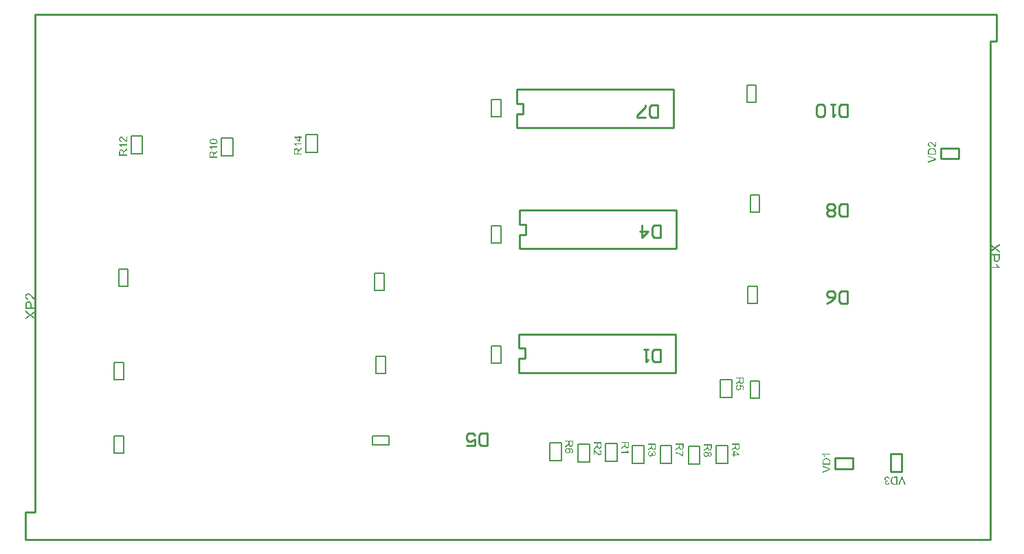
<source format=gbr>
%TF.GenerationSoftware,Altium Limited,Altium Designer,20.1.7 (139)*%
G04 Layer_Color=16711935*
%FSLAX44Y44*%
%MOMM*%
%TF.SameCoordinates,E03824B4-CBBF-40F0-B96A-956E77447FB1*%
%TF.FilePolarity,Positive*%
%TF.FileFunction,Other,Mechanical_1*%
%TF.Part,Single*%
G01*
G75*
%TA.AperFunction,NonConductor*%
%ADD38C,0.2500*%
%ADD40C,0.2000*%
%ADD41C,0.2540*%
G36*
X433700Y757597D02*
X433672D01*
X433603D01*
X433492D01*
X433353Y757611D01*
X433187Y757625D01*
X433007Y757667D01*
X432812Y757708D01*
X432618Y757778D01*
X432604D01*
X432577Y757792D01*
X432535Y757805D01*
X432466Y757833D01*
X432396Y757875D01*
X432299Y757916D01*
X432077Y758027D01*
X431814Y758166D01*
X431523Y758346D01*
X431218Y758554D01*
X430912Y758804D01*
X430899Y758818D01*
X430871Y758832D01*
X430829Y758873D01*
X430760Y758943D01*
X430691Y759012D01*
X430593Y759109D01*
X430482Y759206D01*
X430358Y759331D01*
X430219Y759470D01*
X430080Y759622D01*
X429914Y759789D01*
X429748Y759983D01*
X429567Y760177D01*
X429387Y760399D01*
X429193Y760621D01*
X428985Y760870D01*
X428971Y760898D01*
X428901Y760967D01*
X428818Y761065D01*
X428694Y761203D01*
X428555Y761370D01*
X428388Y761564D01*
X428208Y761786D01*
X428000Y762008D01*
X427570Y762479D01*
X427113Y762937D01*
X426891Y763159D01*
X426669Y763367D01*
X426461Y763547D01*
X426267Y763699D01*
X426253Y763713D01*
X426225Y763727D01*
X426170Y763769D01*
X426100Y763811D01*
X426003Y763880D01*
X425906Y763935D01*
X425656Y764074D01*
X425365Y764213D01*
X425046Y764337D01*
X424713Y764421D01*
X424547Y764435D01*
X424380Y764448D01*
X424367D01*
X424339D01*
X424283D01*
X424228Y764435D01*
X424145D01*
X424048Y764407D01*
X423840Y764365D01*
X423590Y764282D01*
X423326Y764157D01*
X423188Y764088D01*
X423063Y763991D01*
X422938Y763894D01*
X422813Y763769D01*
X422799Y763755D01*
X422786Y763741D01*
X422758Y763699D01*
X422716Y763644D01*
X422661Y763575D01*
X422605Y763492D01*
X422481Y763297D01*
X422369Y763034D01*
X422259Y762743D01*
X422189Y762396D01*
X422161Y762202D01*
Y761897D01*
X422175Y761813D01*
Y761716D01*
X422203Y761605D01*
X422245Y761356D01*
X422328Y761065D01*
X422453Y760759D01*
X422536Y760607D01*
X422619Y760454D01*
X422730Y760316D01*
X422855Y760177D01*
X422869Y760163D01*
X422883Y760149D01*
X422924Y760122D01*
X422980Y760066D01*
X423049Y760024D01*
X423132Y759969D01*
X423229Y759900D01*
X423340Y759844D01*
X423465Y759775D01*
X423604Y759719D01*
X423937Y759608D01*
X424297Y759525D01*
X424505Y759511D01*
X424727Y759497D01*
X424561Y757889D01*
X424533D01*
X424478Y757903D01*
X424394Y757916D01*
X424269Y757930D01*
X424117Y757958D01*
X423937Y758000D01*
X423742Y758041D01*
X423535Y758111D01*
X423326Y758180D01*
X423091Y758263D01*
X422869Y758374D01*
X422647Y758485D01*
X422411Y758624D01*
X422203Y758776D01*
X421995Y758943D01*
X421815Y759137D01*
X421801Y759151D01*
X421773Y759192D01*
X421732Y759248D01*
X421662Y759331D01*
X421593Y759442D01*
X421510Y759581D01*
X421427Y759733D01*
X421329Y759913D01*
X421246Y760108D01*
X421163Y760330D01*
X421080Y760565D01*
X421010Y760829D01*
X420941Y761106D01*
X420900Y761397D01*
X420872Y761716D01*
X420858Y762049D01*
Y762230D01*
X420872Y762354D01*
X420886Y762507D01*
X420913Y762687D01*
X420941Y762895D01*
X420983Y763103D01*
X421038Y763339D01*
X421107Y763575D01*
X421191Y763824D01*
X421288Y764060D01*
X421413Y764310D01*
X421551Y764546D01*
X421704Y764767D01*
X421884Y764975D01*
X421898Y764989D01*
X421926Y765017D01*
X421995Y765072D01*
X422064Y765142D01*
X422161Y765225D01*
X422286Y765322D01*
X422425Y765419D01*
X422591Y765516D01*
X422758Y765613D01*
X422952Y765710D01*
X423160Y765807D01*
X423382Y765891D01*
X423632Y765960D01*
X423881Y766015D01*
X424145Y766043D01*
X424422Y766057D01*
X424436D01*
X424450D01*
X424491D01*
X424547D01*
X424699Y766043D01*
X424894Y766015D01*
X425129Y765974D01*
X425379Y765919D01*
X425656Y765849D01*
X425934Y765738D01*
X425948D01*
X425961Y765724D01*
X426003Y765710D01*
X426059Y765683D01*
X426211Y765600D01*
X426405Y765489D01*
X426641Y765336D01*
X426904Y765156D01*
X427182Y764948D01*
X427487Y764684D01*
X427501Y764670D01*
X427529Y764656D01*
X427570Y764601D01*
X427640Y764546D01*
X427723Y764462D01*
X427820Y764365D01*
X427945Y764254D01*
X428069Y764116D01*
X428222Y763949D01*
X428388Y763769D01*
X428583Y763575D01*
X428777Y763353D01*
X428999Y763117D01*
X429221Y762853D01*
X429470Y762562D01*
X429734Y762257D01*
X429748Y762243D01*
X429789Y762202D01*
X429845Y762119D01*
X429928Y762035D01*
X430025Y761910D01*
X430136Y761786D01*
X430385Y761494D01*
X430649Y761189D01*
X430926Y760898D01*
X431051Y760759D01*
X431162Y760635D01*
X431273Y760524D01*
X431356Y760440D01*
X431370Y760427D01*
X431426Y760371D01*
X431509Y760302D01*
X431620Y760205D01*
X431745Y760094D01*
X431883Y759983D01*
X432188Y759761D01*
Y766071D01*
X433700D01*
Y757597D01*
D02*
G37*
G36*
X424894Y756280D02*
X425032Y756266D01*
X425185Y756238D01*
X425365Y756211D01*
X425573Y756169D01*
X425781Y756114D01*
X426003Y756044D01*
X426225Y755961D01*
X426461Y755850D01*
X426697Y755739D01*
X426932Y755600D01*
X427154Y755434D01*
X427376Y755254D01*
X427390Y755240D01*
X427418Y755198D01*
X427473Y755143D01*
X427556Y755046D01*
X427640Y754935D01*
X427737Y754782D01*
X427834Y754602D01*
X427931Y754394D01*
X428042Y754144D01*
X428139Y753881D01*
X428236Y753562D01*
X428319Y753229D01*
X428388Y752841D01*
X428444Y752424D01*
X428485Y751981D01*
X428499Y751481D01*
Y748208D01*
X433700D01*
Y746517D01*
X420900D01*
Y751787D01*
X420913Y752064D01*
X420927Y752383D01*
X420955Y752702D01*
X420983Y753007D01*
X420997Y753159D01*
X421024Y753284D01*
Y753298D01*
X421038Y753326D01*
Y753381D01*
X421052Y753437D01*
X421080Y753520D01*
X421094Y753617D01*
X421163Y753839D01*
X421246Y754089D01*
X421357Y754352D01*
X421482Y754616D01*
X421634Y754865D01*
Y754879D01*
X421648Y754893D01*
X421718Y754976D01*
X421815Y755087D01*
X421954Y755240D01*
X422120Y755392D01*
X422342Y755573D01*
X422578Y755739D01*
X422869Y755892D01*
X422883D01*
X422910Y755906D01*
X422952Y755933D01*
X423008Y755961D01*
X423077Y755989D01*
X423174Y756016D01*
X423382Y756100D01*
X423645Y756169D01*
X423937Y756238D01*
X424269Y756280D01*
X424616Y756294D01*
X424630D01*
X424686D01*
X424769D01*
X424894Y756280D01*
D02*
G37*
G36*
X433700Y742952D02*
X429137Y739707D01*
X429123Y739693D01*
X429068Y739666D01*
X428999Y739610D01*
X428888Y739541D01*
X428777Y739458D01*
X428652Y739374D01*
X428361Y739180D01*
X428374D01*
X428388Y739166D01*
X428472Y739111D01*
X428583Y739042D01*
X428721Y738944D01*
X429012Y738736D01*
X429151Y738653D01*
X429262Y738570D01*
X433700Y735325D01*
Y733286D01*
X427071Y738237D01*
X420900Y733869D01*
Y735880D01*
X424186Y738223D01*
X424200Y738237D01*
X424228Y738251D01*
X424283Y738293D01*
X424353Y738348D01*
X424436Y738404D01*
X424533Y738473D01*
X424755Y738625D01*
X425018Y738792D01*
X425268Y738958D01*
X425532Y739125D01*
X425753Y739249D01*
X425740D01*
X425726Y739263D01*
X425684Y739291D01*
X425629Y739333D01*
X425504Y739416D01*
X425323Y739541D01*
X425102Y739693D01*
X424852Y739860D01*
X424589Y740068D01*
X424311Y740276D01*
X420900Y742828D01*
Y744672D01*
X426988Y740220D01*
X433700Y745019D01*
Y742952D01*
D02*
G37*
G36*
X759455Y959086D02*
X761790D01*
Y957892D01*
X759455D01*
Y953645D01*
X758356D01*
X752037Y958104D01*
Y959086D01*
X758356D01*
Y960407D01*
X759455D01*
Y959086D01*
D02*
G37*
G36*
X761790Y949788D02*
X754172D01*
X754193Y949767D01*
X754246Y949714D01*
X754320Y949619D01*
X754425Y949482D01*
X754552Y949323D01*
X754689Y949122D01*
X754837Y948900D01*
X754996Y948647D01*
Y948636D01*
X755017Y948615D01*
X755038Y948583D01*
X755059Y948531D01*
X755101Y948467D01*
X755133Y948393D01*
X755228Y948224D01*
X755323Y948034D01*
X755429Y947823D01*
X755524Y947601D01*
X755609Y947389D01*
X754457D01*
X754446Y947400D01*
X754436Y947432D01*
X754404Y947485D01*
X754372Y947559D01*
X754330Y947643D01*
X754267Y947749D01*
X754203Y947865D01*
X754140Y947981D01*
X753971Y948256D01*
X753770Y948552D01*
X753559Y948858D01*
X753316Y949143D01*
X753305Y949154D01*
X753284Y949175D01*
X753252Y949217D01*
X753199Y949270D01*
X753136Y949323D01*
X753073Y949397D01*
X752893Y949556D01*
X752703Y949735D01*
X752481Y949915D01*
X752249Y950073D01*
X752005Y950211D01*
Y950982D01*
X761790D01*
Y949788D01*
D02*
G37*
G36*
Y944103D02*
X759761Y942814D01*
X759751Y942804D01*
X759719Y942793D01*
X759677Y942761D01*
X759613Y942719D01*
X759539Y942677D01*
X759455Y942613D01*
X759265Y942487D01*
X759043Y942339D01*
X758821Y942191D01*
X758609Y942032D01*
X758419Y941884D01*
X758409D01*
X758398Y941863D01*
X758345Y941821D01*
X758261Y941758D01*
X758166Y941662D01*
X758060Y941567D01*
X757954Y941451D01*
X757849Y941335D01*
X757775Y941229D01*
X757764Y941219D01*
X757743Y941176D01*
X757711Y941124D01*
X757669Y941050D01*
X757627Y940955D01*
X757585Y940859D01*
X757542Y940754D01*
X757511Y940638D01*
Y940627D01*
X757500Y940595D01*
X757489Y940542D01*
X757479Y940468D01*
Y940363D01*
X757468Y940236D01*
X757458Y940088D01*
Y938429D01*
X761790D01*
Y937140D01*
X752037D01*
Y941673D01*
X752048Y941789D01*
Y941905D01*
X752058Y942043D01*
X752069Y942201D01*
X752101Y942518D01*
X752153Y942846D01*
X752217Y943163D01*
X752259Y943300D01*
X752301Y943438D01*
Y943448D01*
X752312Y943469D01*
X752333Y943501D01*
X752354Y943554D01*
X752418Y943681D01*
X752513Y943829D01*
X752639Y944008D01*
X752809Y944188D01*
X752999Y944367D01*
X753231Y944526D01*
X753242D01*
X753263Y944547D01*
X753295Y944568D01*
X753347Y944589D01*
X753411Y944621D01*
X753485Y944653D01*
X753569Y944695D01*
X753664Y944737D01*
X753886Y944811D01*
X754129Y944875D01*
X754404Y944917D01*
X754700Y944938D01*
X754710D01*
X754742D01*
X754806D01*
X754869Y944927D01*
X754964Y944917D01*
X755070Y944906D01*
X755186Y944885D01*
X755313Y944854D01*
X755587Y944769D01*
X755735Y944716D01*
X755883Y944653D01*
X756031Y944579D01*
X756179Y944484D01*
X756317Y944378D01*
X756454Y944262D01*
X756464Y944251D01*
X756486Y944230D01*
X756517Y944188D01*
X756570Y944135D01*
X756623Y944061D01*
X756686Y943976D01*
X756760Y943871D01*
X756834Y943744D01*
X756908Y943607D01*
X756982Y943459D01*
X757056Y943290D01*
X757130Y943099D01*
X757194Y942899D01*
X757257Y942677D01*
X757310Y942434D01*
X757352Y942180D01*
Y942191D01*
X757363Y942201D01*
X757394Y942265D01*
X757447Y942360D01*
X757511Y942476D01*
X757585Y942603D01*
X757658Y942730D01*
X757754Y942856D01*
X757838Y942962D01*
X757849Y942973D01*
X757859Y942983D01*
X757891Y943015D01*
X757933Y943057D01*
X757986Y943110D01*
X758049Y943173D01*
X758197Y943311D01*
X758388Y943469D01*
X758609Y943649D01*
X758863Y943839D01*
X759138Y944029D01*
X761790Y945720D01*
Y944103D01*
D02*
G37*
G36*
X546290Y952638D02*
X546269D01*
X546216D01*
X546132D01*
X546026Y952648D01*
X545899Y952659D01*
X545762Y952691D01*
X545614Y952722D01*
X545466Y952775D01*
X545455D01*
X545434Y952786D01*
X545402Y952796D01*
X545350Y952817D01*
X545297Y952849D01*
X545223Y952881D01*
X545054Y952965D01*
X544853Y953071D01*
X544631Y953208D01*
X544399Y953367D01*
X544166Y953557D01*
X544156Y953568D01*
X544134Y953578D01*
X544103Y953610D01*
X544050Y953663D01*
X543997Y953716D01*
X543923Y953790D01*
X543839Y953863D01*
X543744Y953959D01*
X543638Y954064D01*
X543532Y954180D01*
X543405Y954307D01*
X543279Y954455D01*
X543141Y954603D01*
X543004Y954772D01*
X542856Y954941D01*
X542697Y955131D01*
X542687Y955153D01*
X542634Y955205D01*
X542571Y955279D01*
X542476Y955385D01*
X542370Y955512D01*
X542243Y955660D01*
X542106Y955829D01*
X541947Y955998D01*
X541620Y956357D01*
X541271Y956706D01*
X541102Y956875D01*
X540933Y957033D01*
X540774Y957171D01*
X540626Y957287D01*
X540616Y957298D01*
X540595Y957308D01*
X540552Y957340D01*
X540500Y957372D01*
X540426Y957424D01*
X540352Y957467D01*
X540162Y957572D01*
X539940Y957678D01*
X539697Y957773D01*
X539443Y957836D01*
X539316Y957847D01*
X539189Y957858D01*
X539179D01*
X539158D01*
X539115D01*
X539073Y957847D01*
X539010D01*
X538936Y957826D01*
X538777Y957794D01*
X538587Y957731D01*
X538386Y957636D01*
X538281Y957583D01*
X538186Y957509D01*
X538091Y957435D01*
X537995Y957340D01*
X537985Y957329D01*
X537974Y957319D01*
X537953Y957287D01*
X537921Y957245D01*
X537879Y957192D01*
X537837Y957128D01*
X537742Y956981D01*
X537657Y956780D01*
X537573Y956558D01*
X537520Y956294D01*
X537499Y956146D01*
Y955913D01*
X537509Y955850D01*
Y955776D01*
X537530Y955691D01*
X537562Y955501D01*
X537626Y955279D01*
X537721Y955047D01*
X537784Y954931D01*
X537847Y954814D01*
X537932Y954709D01*
X538027Y954603D01*
X538038Y954593D01*
X538048Y954582D01*
X538080Y954561D01*
X538122Y954519D01*
X538175Y954487D01*
X538238Y954445D01*
X538312Y954392D01*
X538397Y954350D01*
X538492Y954297D01*
X538598Y954254D01*
X538851Y954170D01*
X539126Y954106D01*
X539285Y954096D01*
X539454Y954085D01*
X539327Y952860D01*
X539306D01*
X539263Y952870D01*
X539200Y952881D01*
X539105Y952891D01*
X538989Y952912D01*
X538851Y952944D01*
X538703Y952976D01*
X538545Y953029D01*
X538386Y953082D01*
X538207Y953145D01*
X538038Y953229D01*
X537869Y953314D01*
X537689Y953420D01*
X537530Y953536D01*
X537372Y953663D01*
X537235Y953811D01*
X537224Y953821D01*
X537203Y953853D01*
X537171Y953895D01*
X537118Y953959D01*
X537066Y954043D01*
X537002Y954149D01*
X536939Y954265D01*
X536865Y954402D01*
X536801Y954550D01*
X536738Y954719D01*
X536675Y954899D01*
X536622Y955100D01*
X536569Y955311D01*
X536537Y955533D01*
X536516Y955776D01*
X536506Y956030D01*
Y956167D01*
X536516Y956262D01*
X536527Y956378D01*
X536548Y956516D01*
X536569Y956674D01*
X536601Y956833D01*
X536643Y957012D01*
X536696Y957192D01*
X536759Y957382D01*
X536833Y957562D01*
X536928Y957752D01*
X537034Y957932D01*
X537150Y958101D01*
X537287Y958259D01*
X537298Y958270D01*
X537319Y958291D01*
X537372Y958333D01*
X537425Y958386D01*
X537499Y958449D01*
X537594Y958523D01*
X537700Y958597D01*
X537826Y958671D01*
X537953Y958745D01*
X538101Y958819D01*
X538260Y958893D01*
X538429Y958956D01*
X538619Y959009D01*
X538809Y959052D01*
X539010Y959073D01*
X539221Y959083D01*
X539232D01*
X539242D01*
X539274D01*
X539316D01*
X539432Y959073D01*
X539580Y959052D01*
X539760Y959020D01*
X539950Y958978D01*
X540162Y958925D01*
X540373Y958840D01*
X540383D01*
X540394Y958830D01*
X540426Y958819D01*
X540468Y958798D01*
X540584Y958735D01*
X540732Y958650D01*
X540912Y958534D01*
X541113Y958396D01*
X541324Y958238D01*
X541556Y958037D01*
X541567Y958027D01*
X541588Y958016D01*
X541620Y957974D01*
X541673Y957932D01*
X541736Y957868D01*
X541810Y957794D01*
X541905Y957710D01*
X542000Y957604D01*
X542116Y957477D01*
X542243Y957340D01*
X542391Y957192D01*
X542539Y957023D01*
X542708Y956843D01*
X542877Y956642D01*
X543067Y956421D01*
X543268Y956188D01*
X543279Y956178D01*
X543310Y956146D01*
X543353Y956082D01*
X543416Y956019D01*
X543490Y955924D01*
X543574Y955829D01*
X543765Y955607D01*
X543965Y955374D01*
X544177Y955153D01*
X544272Y955047D01*
X544356Y954952D01*
X544441Y954867D01*
X544504Y954804D01*
X544515Y954793D01*
X544557Y954751D01*
X544621Y954698D01*
X544705Y954624D01*
X544800Y954540D01*
X544906Y954455D01*
X545138Y954286D01*
Y959094D01*
X546290D01*
Y952638D01*
D02*
G37*
G36*
Y948538D02*
X538672D01*
X538693Y948517D01*
X538746Y948464D01*
X538820Y948369D01*
X538925Y948232D01*
X539052Y948073D01*
X539189Y947872D01*
X539337Y947650D01*
X539496Y947397D01*
Y947386D01*
X539517Y947365D01*
X539538Y947333D01*
X539559Y947281D01*
X539602Y947217D01*
X539633Y947143D01*
X539728Y946974D01*
X539823Y946784D01*
X539929Y946573D01*
X540024Y946351D01*
X540109Y946139D01*
X538957D01*
X538946Y946150D01*
X538936Y946182D01*
X538904Y946235D01*
X538872Y946308D01*
X538830Y946393D01*
X538767Y946499D01*
X538703Y946615D01*
X538640Y946731D01*
X538471Y947006D01*
X538270Y947302D01*
X538059Y947608D01*
X537816Y947893D01*
X537805Y947904D01*
X537784Y947925D01*
X537752Y947967D01*
X537700Y948020D01*
X537636Y948073D01*
X537573Y948147D01*
X537393Y948306D01*
X537203Y948485D01*
X536981Y948665D01*
X536749Y948823D01*
X536506Y948961D01*
Y949732D01*
X546290D01*
Y948538D01*
D02*
G37*
G36*
Y942853D02*
X544261Y941564D01*
X544251Y941554D01*
X544219Y941543D01*
X544177Y941511D01*
X544113Y941469D01*
X544039Y941427D01*
X543955Y941363D01*
X543765Y941237D01*
X543543Y941089D01*
X543321Y940941D01*
X543110Y940782D01*
X542919Y940634D01*
X542909D01*
X542898Y940613D01*
X542845Y940571D01*
X542761Y940508D01*
X542666Y940412D01*
X542560Y940317D01*
X542454Y940201D01*
X542349Y940085D01*
X542275Y939979D01*
X542264Y939969D01*
X542243Y939926D01*
X542211Y939874D01*
X542169Y939799D01*
X542127Y939704D01*
X542085Y939609D01*
X542042Y939504D01*
X542011Y939388D01*
Y939377D01*
X542000Y939345D01*
X541990Y939292D01*
X541979Y939218D01*
Y939113D01*
X541968Y938986D01*
X541958Y938838D01*
Y937179D01*
X546290D01*
Y935890D01*
X536537D01*
Y940423D01*
X536548Y940539D01*
Y940655D01*
X536558Y940793D01*
X536569Y940951D01*
X536601Y941268D01*
X536653Y941596D01*
X536717Y941913D01*
X536759Y942050D01*
X536801Y942188D01*
Y942198D01*
X536812Y942219D01*
X536833Y942251D01*
X536854Y942304D01*
X536918Y942431D01*
X537013Y942579D01*
X537140Y942758D01*
X537309Y942938D01*
X537499Y943117D01*
X537731Y943276D01*
X537742D01*
X537763Y943297D01*
X537795Y943318D01*
X537847Y943339D01*
X537911Y943371D01*
X537985Y943403D01*
X538069Y943445D01*
X538164Y943487D01*
X538386Y943561D01*
X538629Y943625D01*
X538904Y943667D01*
X539200Y943688D01*
X539211D01*
X539242D01*
X539306D01*
X539369Y943677D01*
X539464Y943667D01*
X539570Y943656D01*
X539686Y943635D01*
X539813Y943603D01*
X540088Y943519D01*
X540235Y943466D01*
X540383Y943403D01*
X540531Y943329D01*
X540679Y943234D01*
X540817Y943128D01*
X540954Y943012D01*
X540965Y943001D01*
X540986Y942980D01*
X541017Y942938D01*
X541070Y942885D01*
X541123Y942811D01*
X541186Y942726D01*
X541260Y942621D01*
X541334Y942494D01*
X541408Y942357D01*
X541482Y942209D01*
X541556Y942040D01*
X541630Y941849D01*
X541694Y941649D01*
X541757Y941427D01*
X541810Y941184D01*
X541852Y940930D01*
Y940941D01*
X541863Y940951D01*
X541894Y941015D01*
X541947Y941110D01*
X542011Y941226D01*
X542085Y941353D01*
X542159Y941480D01*
X542254Y941606D01*
X542338Y941712D01*
X542349Y941723D01*
X542359Y941733D01*
X542391Y941765D01*
X542433Y941807D01*
X542486Y941860D01*
X542550Y941923D01*
X542697Y942061D01*
X542888Y942219D01*
X543110Y942399D01*
X543363Y942589D01*
X543638Y942779D01*
X546290Y944470D01*
Y942853D01*
D02*
G37*
G36*
X653166Y956397D02*
X653324Y956386D01*
X653514Y956376D01*
X653715Y956365D01*
X653937Y956344D01*
X654159Y956323D01*
X654624Y956259D01*
X655078Y956164D01*
X655300Y956111D01*
X655501Y956048D01*
X655511D01*
X655543Y956027D01*
X655606Y956016D01*
X655670Y955984D01*
X655765Y955942D01*
X655860Y955900D01*
X655976Y955847D01*
X656103Y955784D01*
X656367Y955636D01*
X656631Y955456D01*
X656896Y955245D01*
X657012Y955118D01*
X657128Y954991D01*
X657139Y954981D01*
X657149Y954960D01*
X657181Y954917D01*
X657213Y954865D01*
X657255Y954801D01*
X657308Y954717D01*
X657360Y954622D01*
X657413Y954505D01*
X657466Y954389D01*
X657519Y954252D01*
X657561Y954114D01*
X657614Y953956D01*
X657646Y953787D01*
X657677Y953607D01*
X657688Y953428D01*
X657699Y953227D01*
Y953163D01*
X657688Y953089D01*
X657677Y952994D01*
X657667Y952878D01*
X657646Y952741D01*
X657614Y952593D01*
X657572Y952424D01*
X657519Y952255D01*
X657456Y952075D01*
X657371Y951885D01*
X657276Y951705D01*
X657160Y951525D01*
X657022Y951346D01*
X656874Y951177D01*
X656695Y951018D01*
X656684Y951008D01*
X656642Y950976D01*
X656568Y950934D01*
X656462Y950870D01*
X656325Y950796D01*
X656166Y950712D01*
X655966Y950627D01*
X655744Y950543D01*
X655480Y950448D01*
X655194Y950363D01*
X654867Y950279D01*
X654508Y950205D01*
X654117Y950141D01*
X653694Y950099D01*
X653229Y950067D01*
X652732Y950057D01*
X652711D01*
X652658D01*
X652563D01*
X652447Y950067D01*
X652299D01*
X652130Y950078D01*
X651940Y950089D01*
X651739Y950099D01*
X651517Y950120D01*
X651295Y950141D01*
X650830Y950205D01*
X650376Y950289D01*
X650154Y950342D01*
X649953Y950406D01*
X649943D01*
X649911Y950427D01*
X649848Y950448D01*
X649774Y950469D01*
X649689Y950511D01*
X649584Y950553D01*
X649478Y950606D01*
X649351Y950670D01*
X649087Y950818D01*
X648823Y951008D01*
X648559Y951219D01*
X648442Y951335D01*
X648326Y951462D01*
X648316Y951473D01*
X648305Y951494D01*
X648273Y951536D01*
X648242Y951589D01*
X648189Y951652D01*
X648147Y951737D01*
X648094Y951832D01*
X648041Y951948D01*
X647988Y952064D01*
X647935Y952202D01*
X647882Y952350D01*
X647840Y952498D01*
X647808Y952667D01*
X647777Y952846D01*
X647766Y953036D01*
X647756Y953227D01*
Y953354D01*
X647766Y953428D01*
X647777Y953501D01*
X647798Y953692D01*
X647830Y953903D01*
X647893Y954135D01*
X647967Y954368D01*
X648073Y954600D01*
Y954611D01*
X648083Y954632D01*
X648104Y954664D01*
X648136Y954706D01*
X648199Y954812D01*
X648305Y954949D01*
X648432Y955107D01*
X648590Y955266D01*
X648781Y955435D01*
X648992Y955583D01*
X649002D01*
X649024Y955604D01*
X649055Y955615D01*
X649098Y955646D01*
X649150Y955678D01*
X649224Y955720D01*
X649309Y955752D01*
X649393Y955805D01*
X649605Y955900D01*
X649848Y955995D01*
X650133Y956101D01*
X650439Y956185D01*
X650450D01*
X650482Y956196D01*
X650524Y956206D01*
X650598Y956217D01*
X650682Y956238D01*
X650788Y956259D01*
X650904Y956280D01*
X651042Y956301D01*
X651200Y956312D01*
X651369Y956333D01*
X651559Y956354D01*
X651760Y956376D01*
X651982Y956386D01*
X652215Y956397D01*
X652468Y956407D01*
X652732D01*
X652753D01*
X652806D01*
X652901D01*
X653018D01*
X653166Y956397D01*
D02*
G37*
G36*
X657540Y945788D02*
X649922D01*
X649943Y945767D01*
X649996Y945714D01*
X650070Y945619D01*
X650175Y945481D01*
X650302Y945323D01*
X650439Y945122D01*
X650587Y944900D01*
X650746Y944647D01*
Y944636D01*
X650767Y944615D01*
X650788Y944583D01*
X650809Y944531D01*
X650852Y944467D01*
X650883Y944393D01*
X650978Y944224D01*
X651073Y944034D01*
X651179Y943823D01*
X651274Y943601D01*
X651359Y943389D01*
X650207D01*
X650196Y943400D01*
X650186Y943432D01*
X650154Y943484D01*
X650122Y943559D01*
X650080Y943643D01*
X650017Y943749D01*
X649953Y943865D01*
X649890Y943981D01*
X649721Y944256D01*
X649520Y944552D01*
X649309Y944858D01*
X649066Y945143D01*
X649055Y945154D01*
X649034Y945175D01*
X649002Y945217D01*
X648950Y945270D01*
X648886Y945323D01*
X648823Y945397D01*
X648643Y945555D01*
X648453Y945735D01*
X648231Y945915D01*
X647999Y946073D01*
X647756Y946211D01*
Y946982D01*
X657540D01*
Y945788D01*
D02*
G37*
G36*
Y940103D02*
X655511Y938814D01*
X655501Y938804D01*
X655469Y938793D01*
X655427Y938761D01*
X655363Y938719D01*
X655289Y938677D01*
X655205Y938613D01*
X655015Y938487D01*
X654793Y938339D01*
X654571Y938191D01*
X654360Y938032D01*
X654169Y937884D01*
X654159D01*
X654148Y937863D01*
X654095Y937821D01*
X654011Y937757D01*
X653916Y937662D01*
X653810Y937567D01*
X653704Y937451D01*
X653599Y937335D01*
X653525Y937229D01*
X653514Y937219D01*
X653493Y937176D01*
X653461Y937123D01*
X653419Y937050D01*
X653377Y936954D01*
X653335Y936859D01*
X653292Y936754D01*
X653261Y936637D01*
Y936627D01*
X653250Y936595D01*
X653240Y936542D01*
X653229Y936468D01*
Y936363D01*
X653218Y936236D01*
X653208Y936088D01*
Y934429D01*
X657540D01*
Y933140D01*
X647787D01*
Y937673D01*
X647798Y937789D01*
Y937905D01*
X647808Y938043D01*
X647819Y938201D01*
X647851Y938518D01*
X647904Y938846D01*
X647967Y939163D01*
X648009Y939300D01*
X648051Y939438D01*
Y939448D01*
X648062Y939469D01*
X648083Y939501D01*
X648104Y939554D01*
X648168Y939681D01*
X648263Y939828D01*
X648390Y940008D01*
X648559Y940188D01*
X648749Y940367D01*
X648981Y940526D01*
X648992D01*
X649013Y940547D01*
X649045Y940568D01*
X649098Y940589D01*
X649161Y940621D01*
X649235Y940653D01*
X649319Y940695D01*
X649414Y940737D01*
X649636Y940811D01*
X649879Y940875D01*
X650154Y940917D01*
X650450Y940938D01*
X650461D01*
X650492D01*
X650556D01*
X650619Y940927D01*
X650714Y940917D01*
X650820Y940906D01*
X650936Y940885D01*
X651063Y940854D01*
X651338Y940769D01*
X651486Y940716D01*
X651633Y940653D01*
X651781Y940579D01*
X651929Y940484D01*
X652067Y940378D01*
X652204Y940262D01*
X652215Y940251D01*
X652236Y940230D01*
X652267Y940188D01*
X652320Y940135D01*
X652373Y940061D01*
X652436Y939977D01*
X652510Y939871D01*
X652584Y939744D01*
X652658Y939607D01*
X652732Y939459D01*
X652806Y939290D01*
X652880Y939099D01*
X652944Y938899D01*
X653007Y938677D01*
X653060Y938434D01*
X653102Y938180D01*
Y938191D01*
X653113Y938201D01*
X653144Y938265D01*
X653197Y938360D01*
X653261Y938476D01*
X653335Y938603D01*
X653409Y938730D01*
X653504Y938856D01*
X653588Y938962D01*
X653599Y938973D01*
X653609Y938983D01*
X653641Y939015D01*
X653683Y939057D01*
X653736Y939110D01*
X653800Y939173D01*
X653947Y939311D01*
X654138Y939469D01*
X654360Y939649D01*
X654613Y939839D01*
X654888Y940029D01*
X657540Y941720D01*
Y940103D01*
D02*
G37*
G36*
X1164713Y578327D02*
X1164702Y578211D01*
Y578095D01*
X1164692Y577957D01*
X1164681Y577799D01*
X1164649Y577482D01*
X1164597Y577154D01*
X1164533Y576837D01*
X1164491Y576700D01*
X1164449Y576562D01*
Y576552D01*
X1164438Y576531D01*
X1164417Y576499D01*
X1164396Y576446D01*
X1164332Y576319D01*
X1164237Y576171D01*
X1164110Y575992D01*
X1163941Y575812D01*
X1163751Y575633D01*
X1163519Y575474D01*
X1163508D01*
X1163487Y575453D01*
X1163455Y575432D01*
X1163402Y575411D01*
X1163339Y575379D01*
X1163265Y575347D01*
X1163181Y575305D01*
X1163086Y575263D01*
X1162864Y575189D01*
X1162621Y575125D01*
X1162346Y575083D01*
X1162050Y575062D01*
X1162039D01*
X1162008D01*
X1161944D01*
X1161881Y575073D01*
X1161786Y575083D01*
X1161680Y575094D01*
X1161564Y575115D01*
X1161437Y575147D01*
X1161162Y575231D01*
X1161014Y575284D01*
X1160867Y575347D01*
X1160719Y575421D01*
X1160571Y575516D01*
X1160433Y575622D01*
X1160296Y575738D01*
X1160285Y575749D01*
X1160264Y575770D01*
X1160233Y575812D01*
X1160180Y575865D01*
X1160127Y575939D01*
X1160064Y576024D01*
X1159990Y576129D01*
X1159916Y576256D01*
X1159842Y576393D01*
X1159768Y576541D01*
X1159694Y576710D01*
X1159620Y576901D01*
X1159556Y577101D01*
X1159493Y577323D01*
X1159440Y577566D01*
X1159398Y577820D01*
Y577809D01*
X1159387Y577799D01*
X1159356Y577735D01*
X1159303Y577640D01*
X1159239Y577524D01*
X1159165Y577397D01*
X1159091Y577270D01*
X1158996Y577144D01*
X1158912Y577038D01*
X1158901Y577027D01*
X1158891Y577017D01*
X1158859Y576985D01*
X1158817Y576943D01*
X1158764Y576890D01*
X1158700Y576827D01*
X1158553Y576689D01*
X1158362Y576531D01*
X1158140Y576351D01*
X1157887Y576161D01*
X1157612Y575971D01*
X1154960Y574280D01*
Y575897D01*
X1156989Y577186D01*
X1156999Y577196D01*
X1157031Y577207D01*
X1157073Y577239D01*
X1157137Y577281D01*
X1157211Y577323D01*
X1157295Y577387D01*
X1157485Y577513D01*
X1157707Y577661D01*
X1157929Y577809D01*
X1158140Y577968D01*
X1158331Y578116D01*
X1158341D01*
X1158352Y578137D01*
X1158405Y578179D01*
X1158489Y578242D01*
X1158584Y578338D01*
X1158690Y578433D01*
X1158796Y578549D01*
X1158901Y578665D01*
X1158975Y578771D01*
X1158986Y578781D01*
X1159007Y578824D01*
X1159039Y578876D01*
X1159081Y578951D01*
X1159123Y579046D01*
X1159165Y579141D01*
X1159208Y579246D01*
X1159239Y579362D01*
Y579373D01*
X1159250Y579405D01*
X1159260Y579458D01*
X1159271Y579532D01*
Y579637D01*
X1159282Y579764D01*
X1159292Y579912D01*
Y581571D01*
X1154960D01*
Y582860D01*
X1164713D01*
Y578327D01*
D02*
G37*
G36*
X1162304Y572600D02*
X1162314Y572568D01*
X1162346Y572515D01*
X1162378Y572442D01*
X1162420Y572357D01*
X1162483Y572251D01*
X1162547Y572135D01*
X1162610Y572019D01*
X1162779Y571744D01*
X1162980Y571448D01*
X1163191Y571142D01*
X1163434Y570857D01*
X1163445Y570846D01*
X1163466Y570825D01*
X1163498Y570783D01*
X1163550Y570730D01*
X1163614Y570677D01*
X1163677Y570603D01*
X1163857Y570444D01*
X1164047Y570265D01*
X1164269Y570085D01*
X1164501Y569927D01*
X1164744Y569789D01*
Y569018D01*
X1154960D01*
Y570212D01*
X1162578D01*
X1162557Y570233D01*
X1162504Y570286D01*
X1162430Y570381D01*
X1162325Y570518D01*
X1162198Y570677D01*
X1162061Y570878D01*
X1161913Y571100D01*
X1161754Y571353D01*
Y571364D01*
X1161733Y571385D01*
X1161712Y571417D01*
X1161691Y571469D01*
X1161648Y571533D01*
X1161617Y571607D01*
X1161522Y571776D01*
X1161427Y571966D01*
X1161321Y572177D01*
X1161226Y572399D01*
X1161141Y572611D01*
X1162293D01*
X1162304Y572600D01*
D02*
G37*
G36*
X1130713Y577577D02*
X1130702Y577461D01*
Y577345D01*
X1130692Y577207D01*
X1130681Y577049D01*
X1130649Y576732D01*
X1130596Y576404D01*
X1130533Y576087D01*
X1130491Y575950D01*
X1130449Y575812D01*
Y575802D01*
X1130438Y575781D01*
X1130417Y575749D01*
X1130396Y575696D01*
X1130332Y575569D01*
X1130237Y575421D01*
X1130110Y575242D01*
X1129941Y575062D01*
X1129751Y574883D01*
X1129519Y574724D01*
X1129508D01*
X1129487Y574703D01*
X1129455Y574682D01*
X1129402Y574661D01*
X1129339Y574629D01*
X1129265Y574597D01*
X1129181Y574555D01*
X1129085Y574513D01*
X1128864Y574439D01*
X1128621Y574375D01*
X1128346Y574333D01*
X1128050Y574312D01*
X1128039D01*
X1128008D01*
X1127944D01*
X1127881Y574323D01*
X1127786Y574333D01*
X1127680Y574344D01*
X1127564Y574365D01*
X1127437Y574397D01*
X1127162Y574481D01*
X1127014Y574534D01*
X1126867Y574597D01*
X1126719Y574671D01*
X1126571Y574766D01*
X1126433Y574872D01*
X1126296Y574988D01*
X1126285Y574999D01*
X1126264Y575020D01*
X1126233Y575062D01*
X1126180Y575115D01*
X1126127Y575189D01*
X1126064Y575274D01*
X1125990Y575379D01*
X1125916Y575506D01*
X1125842Y575643D01*
X1125768Y575791D01*
X1125694Y575960D01*
X1125620Y576151D01*
X1125556Y576351D01*
X1125493Y576573D01*
X1125440Y576816D01*
X1125398Y577070D01*
Y577059D01*
X1125387Y577049D01*
X1125356Y576985D01*
X1125303Y576890D01*
X1125239Y576774D01*
X1125165Y576647D01*
X1125091Y576520D01*
X1124996Y576394D01*
X1124912Y576288D01*
X1124901Y576277D01*
X1124891Y576267D01*
X1124859Y576235D01*
X1124817Y576193D01*
X1124764Y576140D01*
X1124700Y576077D01*
X1124553Y575939D01*
X1124362Y575781D01*
X1124140Y575601D01*
X1123887Y575411D01*
X1123612Y575221D01*
X1120960Y573530D01*
Y575147D01*
X1122989Y576436D01*
X1122999Y576446D01*
X1123031Y576457D01*
X1123073Y576489D01*
X1123137Y576531D01*
X1123211Y576573D01*
X1123295Y576637D01*
X1123485Y576763D01*
X1123707Y576911D01*
X1123929Y577059D01*
X1124140Y577218D01*
X1124331Y577366D01*
X1124341D01*
X1124352Y577387D01*
X1124405Y577429D01*
X1124489Y577492D01*
X1124584Y577588D01*
X1124690Y577683D01*
X1124796Y577799D01*
X1124901Y577915D01*
X1124975Y578021D01*
X1124986Y578031D01*
X1125007Y578074D01*
X1125039Y578126D01*
X1125081Y578200D01*
X1125123Y578296D01*
X1125165Y578391D01*
X1125208Y578496D01*
X1125239Y578613D01*
Y578623D01*
X1125250Y578655D01*
X1125260Y578708D01*
X1125271Y578782D01*
Y578887D01*
X1125282Y579014D01*
X1125292Y579162D01*
Y580821D01*
X1120960D01*
Y582110D01*
X1130713D01*
Y577577D01*
D02*
G37*
G36*
X1121224Y572928D02*
X1121351Y572917D01*
X1121488Y572886D01*
X1121636Y572854D01*
X1121784Y572801D01*
X1121795D01*
X1121816Y572790D01*
X1121848Y572780D01*
X1121900Y572759D01*
X1121953Y572727D01*
X1122027Y572695D01*
X1122196Y572611D01*
X1122397Y572505D01*
X1122619Y572368D01*
X1122851Y572209D01*
X1123084Y572019D01*
X1123094Y572009D01*
X1123115Y571998D01*
X1123147Y571966D01*
X1123200Y571913D01*
X1123253Y571861D01*
X1123327Y571787D01*
X1123411Y571713D01*
X1123506Y571618D01*
X1123612Y571512D01*
X1123718Y571396D01*
X1123845Y571269D01*
X1123971Y571121D01*
X1124109Y570973D01*
X1124246Y570804D01*
X1124394Y570635D01*
X1124553Y570445D01*
X1124563Y570424D01*
X1124616Y570371D01*
X1124679Y570297D01*
X1124774Y570191D01*
X1124880Y570064D01*
X1125007Y569916D01*
X1125144Y569747D01*
X1125303Y569578D01*
X1125630Y569219D01*
X1125979Y568870D01*
X1126148Y568701D01*
X1126317Y568543D01*
X1126476Y568405D01*
X1126624Y568289D01*
X1126634Y568279D01*
X1126655Y568268D01*
X1126697Y568236D01*
X1126750Y568205D01*
X1126824Y568152D01*
X1126898Y568110D01*
X1127088Y568004D01*
X1127310Y567898D01*
X1127553Y567803D01*
X1127807Y567740D01*
X1127934Y567729D01*
X1128061Y567719D01*
X1128071D01*
X1128092D01*
X1128135D01*
X1128177Y567729D01*
X1128240D01*
X1128314Y567750D01*
X1128473Y567782D01*
X1128663Y567845D01*
X1128864Y567940D01*
X1128969Y567993D01*
X1129064Y568067D01*
X1129159Y568141D01*
X1129255Y568236D01*
X1129265Y568247D01*
X1129276Y568257D01*
X1129297Y568289D01*
X1129329Y568331D01*
X1129371Y568384D01*
X1129413Y568448D01*
X1129508Y568596D01*
X1129593Y568796D01*
X1129677Y569018D01*
X1129730Y569282D01*
X1129751Y569430D01*
Y569663D01*
X1129741Y569726D01*
Y569800D01*
X1129719Y569885D01*
X1129688Y570075D01*
X1129624Y570297D01*
X1129529Y570529D01*
X1129466Y570645D01*
X1129402Y570762D01*
X1129318Y570867D01*
X1129223Y570973D01*
X1129212Y570984D01*
X1129202Y570994D01*
X1129170Y571015D01*
X1129128Y571058D01*
X1129075Y571089D01*
X1129012Y571132D01*
X1128938Y571184D01*
X1128853Y571227D01*
X1128758Y571279D01*
X1128652Y571322D01*
X1128399Y571406D01*
X1128124Y571470D01*
X1127965Y571480D01*
X1127796Y571491D01*
X1127923Y572716D01*
X1127944D01*
X1127987Y572706D01*
X1128050Y572695D01*
X1128145Y572685D01*
X1128261Y572664D01*
X1128399Y572632D01*
X1128547Y572600D01*
X1128705Y572547D01*
X1128864Y572495D01*
X1129043Y572431D01*
X1129212Y572347D01*
X1129381Y572262D01*
X1129561Y572156D01*
X1129719Y572040D01*
X1129878Y571913D01*
X1130015Y571766D01*
X1130026Y571755D01*
X1130047Y571723D01*
X1130079Y571681D01*
X1130132Y571618D01*
X1130184Y571533D01*
X1130248Y571427D01*
X1130311Y571311D01*
X1130385Y571174D01*
X1130449Y571026D01*
X1130512Y570857D01*
X1130575Y570677D01*
X1130628Y570476D01*
X1130681Y570265D01*
X1130713Y570043D01*
X1130734Y569800D01*
X1130744Y569547D01*
Y569409D01*
X1130734Y569314D01*
X1130723Y569198D01*
X1130702Y569061D01*
X1130681Y568902D01*
X1130649Y568744D01*
X1130607Y568564D01*
X1130554Y568384D01*
X1130491Y568194D01*
X1130417Y568014D01*
X1130322Y567824D01*
X1130216Y567645D01*
X1130100Y567476D01*
X1129963Y567317D01*
X1129952Y567307D01*
X1129931Y567285D01*
X1129878Y567243D01*
X1129825Y567190D01*
X1129751Y567127D01*
X1129656Y567053D01*
X1129550Y566979D01*
X1129424Y566905D01*
X1129297Y566831D01*
X1129149Y566757D01*
X1128990Y566683D01*
X1128821Y566620D01*
X1128631Y566567D01*
X1128441Y566525D01*
X1128240Y566503D01*
X1128029Y566493D01*
X1128018D01*
X1128008D01*
X1127976D01*
X1127934D01*
X1127818Y566503D01*
X1127670Y566525D01*
X1127490Y566556D01*
X1127300Y566599D01*
X1127088Y566651D01*
X1126877Y566736D01*
X1126867D01*
X1126856Y566746D01*
X1126824Y566757D01*
X1126782Y566778D01*
X1126666Y566842D01*
X1126518Y566926D01*
X1126338Y567042D01*
X1126137Y567180D01*
X1125926Y567338D01*
X1125694Y567539D01*
X1125683Y567550D01*
X1125662Y567560D01*
X1125630Y567602D01*
X1125577Y567645D01*
X1125514Y567708D01*
X1125440Y567782D01*
X1125345Y567867D01*
X1125250Y567972D01*
X1125134Y568099D01*
X1125007Y568236D01*
X1124859Y568384D01*
X1124711Y568553D01*
X1124542Y568733D01*
X1124373Y568934D01*
X1124183Y569156D01*
X1123982Y569388D01*
X1123971Y569399D01*
X1123940Y569430D01*
X1123897Y569494D01*
X1123834Y569557D01*
X1123760Y569652D01*
X1123676Y569747D01*
X1123485Y569969D01*
X1123285Y570202D01*
X1123073Y570424D01*
X1122978Y570529D01*
X1122894Y570624D01*
X1122809Y570709D01*
X1122746Y570772D01*
X1122735Y570783D01*
X1122693Y570825D01*
X1122629Y570878D01*
X1122545Y570952D01*
X1122450Y571036D01*
X1122344Y571121D01*
X1122112Y571290D01*
Y566482D01*
X1120960D01*
Y572938D01*
X1120981D01*
X1121034D01*
X1121118D01*
X1121224Y572928D01*
D02*
G37*
G36*
X1412500Y567239D02*
X1404882D01*
X1404903Y567218D01*
X1404956Y567165D01*
X1405029Y567070D01*
X1405135Y566932D01*
X1405262Y566774D01*
X1405399Y566573D01*
X1405547Y566351D01*
X1405706Y566098D01*
Y566087D01*
X1405727Y566066D01*
X1405748Y566034D01*
X1405769Y565981D01*
X1405811Y565918D01*
X1405843Y565844D01*
X1405938Y565675D01*
X1406033Y565485D01*
X1406139Y565274D01*
X1406234Y565052D01*
X1406319Y564840D01*
X1405167D01*
X1405156Y564851D01*
X1405146Y564883D01*
X1405114Y564935D01*
X1405082Y565009D01*
X1405040Y565094D01*
X1404977Y565200D01*
X1404913Y565316D01*
X1404850Y565432D01*
X1404681Y565707D01*
X1404480Y566003D01*
X1404269Y566309D01*
X1404026Y566594D01*
X1404015Y566605D01*
X1403994Y566626D01*
X1403962Y566668D01*
X1403909Y566721D01*
X1403846Y566774D01*
X1403783Y566848D01*
X1403603Y567006D01*
X1403413Y567186D01*
X1403191Y567366D01*
X1402959Y567524D01*
X1402715Y567662D01*
Y568433D01*
X1412500D01*
Y567239D01*
D02*
G37*
G36*
X1407861Y562621D02*
X1407978D01*
X1408104Y562611D01*
X1408242Y562600D01*
X1408548Y562569D01*
X1408876Y562516D01*
X1409214Y562452D01*
X1409552Y562368D01*
X1409563D01*
X1409594Y562357D01*
X1409637Y562336D01*
X1409689Y562326D01*
X1409763Y562294D01*
X1409848Y562262D01*
X1410049Y562188D01*
X1410271Y562093D01*
X1410513Y561977D01*
X1410746Y561850D01*
X1410968Y561702D01*
X1410978D01*
X1410989Y561681D01*
X1411021Y561660D01*
X1411063Y561628D01*
X1411158Y561554D01*
X1411285Y561438D01*
X1411433Y561311D01*
X1411581Y561163D01*
X1411718Y560994D01*
X1411855Y560815D01*
Y560804D01*
X1411866Y560793D01*
X1411908Y560730D01*
X1411961Y560624D01*
X1412035Y560487D01*
X1412109Y560318D01*
X1412194Y560117D01*
X1412267Y559885D01*
X1412341Y559642D01*
Y559631D01*
X1412352Y559610D01*
Y559578D01*
X1412363Y559525D01*
X1412373Y559462D01*
X1412394Y559378D01*
X1412405Y559293D01*
X1412415Y559198D01*
X1412447Y558965D01*
X1412479Y558701D01*
X1412489Y558405D01*
X1412500Y558088D01*
Y554570D01*
X1402747D01*
Y558205D01*
X1402758Y558310D01*
Y558437D01*
X1402768Y558564D01*
X1402779Y558849D01*
X1402811Y559134D01*
X1402842Y559420D01*
X1402874Y559547D01*
X1402895Y559663D01*
Y559673D01*
X1402906Y559705D01*
X1402916Y559747D01*
X1402937Y559800D01*
X1402959Y559874D01*
X1402980Y559959D01*
X1403054Y560159D01*
X1403149Y560381D01*
X1403265Y560614D01*
X1403413Y560857D01*
X1403593Y561089D01*
X1403603Y561100D01*
X1403624Y561121D01*
X1403656Y561163D01*
X1403709Y561216D01*
X1403772Y561279D01*
X1403857Y561353D01*
X1403941Y561438D01*
X1404047Y561522D01*
X1404163Y561618D01*
X1404290Y561713D01*
X1404427Y561808D01*
X1404575Y561903D01*
X1404903Y562082D01*
X1405262Y562241D01*
X1405273D01*
X1405304Y562262D01*
X1405368Y562273D01*
X1405442Y562304D01*
X1405537Y562336D01*
X1405653Y562368D01*
X1405780Y562399D01*
X1405928Y562442D01*
X1406097Y562473D01*
X1406276Y562505D01*
X1406467Y562537D01*
X1406667Y562569D01*
X1406879Y562600D01*
X1407101Y562611D01*
X1407576Y562632D01*
X1407587D01*
X1407629D01*
X1407682D01*
X1407766D01*
X1407861Y562621D01*
D02*
G37*
G36*
X1412500Y549604D02*
Y548272D01*
X1402747Y544490D01*
Y545895D01*
X1409837Y548431D01*
X1409848D01*
X1409879Y548441D01*
X1409922Y548462D01*
X1409985Y548484D01*
X1410059Y548505D01*
X1410144Y548536D01*
X1410239Y548568D01*
X1410355Y548610D01*
X1410598Y548684D01*
X1410862Y548769D01*
X1411147Y548853D01*
X1411433Y548938D01*
X1411422D01*
X1411401Y548949D01*
X1411348Y548959D01*
X1411295Y548980D01*
X1411221Y549001D01*
X1411137Y549022D01*
X1411042Y549054D01*
X1410936Y549086D01*
X1410693Y549160D01*
X1410418Y549255D01*
X1410133Y549361D01*
X1409837Y549466D01*
X1402747Y552097D01*
Y553408D01*
X1412500Y549604D01*
D02*
G37*
G36*
X1197713Y576077D02*
X1197702Y575961D01*
Y575845D01*
X1197692Y575707D01*
X1197681Y575549D01*
X1197649Y575232D01*
X1197597Y574904D01*
X1197533Y574587D01*
X1197491Y574450D01*
X1197449Y574312D01*
Y574302D01*
X1197438Y574281D01*
X1197417Y574249D01*
X1197396Y574196D01*
X1197332Y574069D01*
X1197237Y573922D01*
X1197111Y573742D01*
X1196941Y573562D01*
X1196751Y573383D01*
X1196519Y573224D01*
X1196508D01*
X1196487Y573203D01*
X1196455Y573182D01*
X1196403Y573161D01*
X1196339Y573129D01*
X1196265Y573097D01*
X1196181Y573055D01*
X1196086Y573013D01*
X1195864Y572939D01*
X1195621Y572875D01*
X1195346Y572833D01*
X1195050Y572812D01*
X1195040D01*
X1195008D01*
X1194944D01*
X1194881Y572823D01*
X1194786Y572833D01*
X1194680Y572844D01*
X1194564Y572865D01*
X1194437Y572896D01*
X1194163Y572981D01*
X1194015Y573034D01*
X1193867Y573097D01*
X1193719Y573171D01*
X1193571Y573266D01*
X1193433Y573372D01*
X1193296Y573488D01*
X1193286Y573499D01*
X1193264Y573520D01*
X1193233Y573562D01*
X1193180Y573615D01*
X1193127Y573689D01*
X1193064Y573774D01*
X1192990Y573879D01*
X1192916Y574006D01*
X1192842Y574143D01*
X1192768Y574291D01*
X1192694Y574460D01*
X1192620Y574651D01*
X1192556Y574851D01*
X1192493Y575073D01*
X1192440Y575316D01*
X1192398Y575570D01*
Y575559D01*
X1192387Y575549D01*
X1192356Y575485D01*
X1192303Y575390D01*
X1192239Y575274D01*
X1192165Y575147D01*
X1192092Y575020D01*
X1191996Y574894D01*
X1191912Y574788D01*
X1191901Y574777D01*
X1191891Y574767D01*
X1191859Y574735D01*
X1191817Y574693D01*
X1191764Y574640D01*
X1191701Y574577D01*
X1191553Y574439D01*
X1191362Y574281D01*
X1191141Y574101D01*
X1190887Y573911D01*
X1190612Y573721D01*
X1187960Y572030D01*
Y573647D01*
X1189989Y574936D01*
X1189999Y574946D01*
X1190031Y574957D01*
X1190073Y574989D01*
X1190137Y575031D01*
X1190211Y575073D01*
X1190295Y575137D01*
X1190485Y575263D01*
X1190707Y575411D01*
X1190929Y575559D01*
X1191141Y575718D01*
X1191331Y575866D01*
X1191341D01*
X1191352Y575887D01*
X1191405Y575929D01*
X1191489Y575993D01*
X1191584Y576088D01*
X1191690Y576183D01*
X1191796Y576299D01*
X1191901Y576415D01*
X1191975Y576521D01*
X1191986Y576531D01*
X1192007Y576574D01*
X1192039Y576627D01*
X1192081Y576700D01*
X1192123Y576796D01*
X1192165Y576891D01*
X1192208Y576996D01*
X1192239Y577113D01*
Y577123D01*
X1192250Y577155D01*
X1192261Y577208D01*
X1192271Y577282D01*
Y577387D01*
X1192282Y577514D01*
X1192292Y577662D01*
Y579321D01*
X1187960D01*
Y580610D01*
X1197713D01*
Y576077D01*
D02*
G37*
G36*
X1190697Y570075D02*
X1190686D01*
X1190654Y570065D01*
X1190602Y570054D01*
X1190528Y570033D01*
X1190443Y570012D01*
X1190348Y569991D01*
X1190126Y569917D01*
X1189883Y569822D01*
X1189640Y569706D01*
X1189418Y569558D01*
X1189323Y569473D01*
X1189228Y569389D01*
Y569378D01*
X1189207Y569367D01*
X1189186Y569336D01*
X1189154Y569304D01*
X1189091Y569198D01*
X1189006Y569050D01*
X1188922Y568871D01*
X1188858Y568670D01*
X1188805Y568427D01*
X1188784Y568173D01*
Y568089D01*
X1188795Y568025D01*
X1188805Y567962D01*
X1188816Y567867D01*
X1188858Y567677D01*
X1188922Y567444D01*
X1189027Y567201D01*
X1189101Y567085D01*
X1189175Y566969D01*
X1189260Y566853D01*
X1189365Y566736D01*
X1189376Y566726D01*
X1189397Y566715D01*
X1189429Y566684D01*
X1189471Y566641D01*
X1189524Y566599D01*
X1189598Y566557D01*
X1189672Y566504D01*
X1189767Y566441D01*
X1189978Y566335D01*
X1190221Y566250D01*
X1190507Y566176D01*
X1190654Y566166D01*
X1190813Y566155D01*
X1190824D01*
X1190845D01*
X1190898D01*
X1190950Y566166D01*
X1191024Y566176D01*
X1191098Y566187D01*
X1191288Y566219D01*
X1191510Y566292D01*
X1191732Y566388D01*
X1191848Y566451D01*
X1191954Y566525D01*
X1192060Y566609D01*
X1192165Y566705D01*
X1192176Y566715D01*
X1192187Y566726D01*
X1192218Y566758D01*
X1192250Y566800D01*
X1192292Y566853D01*
X1192335Y566916D01*
X1192440Y567075D01*
X1192535Y567275D01*
X1192620Y567508D01*
X1192683Y567772D01*
X1192694Y567920D01*
X1192704Y568068D01*
Y568131D01*
X1192694Y568205D01*
Y568300D01*
X1192673Y568427D01*
X1192652Y568564D01*
X1192620Y568733D01*
X1192578Y568913D01*
X1193624Y568786D01*
Y568765D01*
X1193613Y568712D01*
X1193603Y568649D01*
Y568512D01*
X1193613Y568459D01*
Y568385D01*
X1193624Y568311D01*
X1193655Y568131D01*
X1193698Y567920D01*
X1193772Y567687D01*
X1193867Y567444D01*
X1194004Y567212D01*
Y567201D01*
X1194025Y567180D01*
X1194046Y567159D01*
X1194078Y567117D01*
X1194173Y567011D01*
X1194310Y566895D01*
X1194480Y566789D01*
X1194691Y566684D01*
X1194807Y566641D01*
X1194944Y566620D01*
X1195082Y566599D01*
X1195230Y566588D01*
X1195240D01*
X1195261D01*
X1195293D01*
X1195346Y566599D01*
X1195462Y566609D01*
X1195621Y566641D01*
X1195790Y566694D01*
X1195969Y566779D01*
X1196160Y566895D01*
X1196244Y566958D01*
X1196329Y567043D01*
X1196350Y567064D01*
X1196392Y567127D01*
X1196466Y567222D01*
X1196551Y567349D01*
X1196625Y567518D01*
X1196698Y567719D01*
X1196741Y567941D01*
X1196762Y568195D01*
Y568258D01*
X1196751Y568311D01*
Y568374D01*
X1196741Y568438D01*
X1196709Y568607D01*
X1196656Y568786D01*
X1196572Y568987D01*
X1196466Y569177D01*
X1196318Y569367D01*
X1196297Y569389D01*
X1196234Y569441D01*
X1196138Y569526D01*
X1195991Y569610D01*
X1195811Y569716D01*
X1195578Y569811D01*
X1195314Y569896D01*
X1195008Y569959D01*
X1195219Y571153D01*
X1195230D01*
X1195272Y571143D01*
X1195335Y571132D01*
X1195420Y571111D01*
X1195515Y571079D01*
X1195631Y571047D01*
X1195758Y571005D01*
X1195895Y570952D01*
X1196202Y570815D01*
X1196350Y570741D01*
X1196508Y570646D01*
X1196656Y570540D01*
X1196804Y570424D01*
X1196952Y570297D01*
X1197079Y570160D01*
X1197089Y570149D01*
X1197111Y570128D01*
X1197142Y570075D01*
X1197185Y570023D01*
X1197237Y569938D01*
X1197290Y569853D01*
X1197354Y569748D01*
X1197417Y569621D01*
X1197470Y569494D01*
X1197533Y569346D01*
X1197586Y569188D01*
X1197639Y569019D01*
X1197681Y568829D01*
X1197713Y568638D01*
X1197734Y568438D01*
X1197745Y568226D01*
Y568089D01*
X1197734Y568015D01*
X1197723Y567941D01*
X1197702Y567740D01*
X1197660Y567518D01*
X1197597Y567265D01*
X1197512Y567011D01*
X1197396Y566758D01*
Y566747D01*
X1197385Y566726D01*
X1197364Y566694D01*
X1197332Y566641D01*
X1197258Y566525D01*
X1197153Y566377D01*
X1197015Y566208D01*
X1196857Y566039D01*
X1196677Y565870D01*
X1196466Y565722D01*
X1196455D01*
X1196445Y565711D01*
X1196403Y565690D01*
X1196360Y565669D01*
X1196308Y565637D01*
X1196244Y565606D01*
X1196086Y565542D01*
X1195895Y565479D01*
X1195684Y565415D01*
X1195452Y565373D01*
X1195209Y565363D01*
X1195198D01*
X1195177D01*
X1195145D01*
X1195103D01*
X1194976Y565384D01*
X1194828Y565405D01*
X1194649Y565447D01*
X1194458Y565511D01*
X1194258Y565595D01*
X1194057Y565711D01*
X1194046D01*
X1194036Y565722D01*
X1193972Y565775D01*
X1193877Y565849D01*
X1193761Y565965D01*
X1193624Y566102D01*
X1193486Y566282D01*
X1193359Y566483D01*
X1193233Y566715D01*
Y566705D01*
X1193222Y566673D01*
X1193212Y566631D01*
X1193190Y566567D01*
X1193169Y566504D01*
X1193138Y566419D01*
X1193053Y566219D01*
X1192937Y566007D01*
X1192799Y565785D01*
X1192620Y565564D01*
X1192398Y565373D01*
X1192387Y565363D01*
X1192366Y565352D01*
X1192335Y565331D01*
X1192282Y565299D01*
X1192229Y565257D01*
X1192155Y565215D01*
X1192070Y565173D01*
X1191965Y565130D01*
X1191859Y565088D01*
X1191743Y565046D01*
X1191479Y564961D01*
X1191172Y564908D01*
X1191003Y564887D01*
X1190834D01*
X1190824D01*
X1190781D01*
X1190707Y564898D01*
X1190623D01*
X1190507Y564919D01*
X1190380Y564940D01*
X1190242Y564961D01*
X1190084Y565003D01*
X1189915Y565056D01*
X1189746Y565120D01*
X1189566Y565194D01*
X1189387Y565289D01*
X1189196Y565394D01*
X1189017Y565521D01*
X1188837Y565659D01*
X1188668Y565828D01*
X1188657Y565838D01*
X1188626Y565870D01*
X1188583Y565923D01*
X1188531Y565997D01*
X1188467Y566081D01*
X1188393Y566197D01*
X1188309Y566324D01*
X1188235Y566472D01*
X1188150Y566631D01*
X1188066Y566810D01*
X1187992Y567001D01*
X1187928Y567212D01*
X1187876Y567434D01*
X1187833Y567666D01*
X1187802Y567909D01*
X1187791Y568173D01*
Y568226D01*
X1187802Y568300D01*
Y568385D01*
X1187812Y568501D01*
X1187833Y568628D01*
X1187854Y568765D01*
X1187886Y568924D01*
X1187928Y569093D01*
X1187981Y569262D01*
X1188034Y569441D01*
X1188108Y569621D01*
X1188203Y569801D01*
X1188298Y569970D01*
X1188414Y570149D01*
X1188552Y570308D01*
X1188562Y570318D01*
X1188583Y570340D01*
X1188626Y570382D01*
X1188689Y570445D01*
X1188763Y570508D01*
X1188858Y570583D01*
X1188964Y570657D01*
X1189091Y570741D01*
X1189217Y570826D01*
X1189376Y570910D01*
X1189534Y570995D01*
X1189714Y571069D01*
X1189904Y571132D01*
X1190105Y571195D01*
X1190316Y571238D01*
X1190538Y571269D01*
X1190697Y570075D01*
D02*
G37*
G36*
X1300713Y576077D02*
X1300702Y575961D01*
Y575845D01*
X1300692Y575707D01*
X1300681Y575549D01*
X1300649Y575232D01*
X1300597Y574904D01*
X1300533Y574587D01*
X1300491Y574450D01*
X1300449Y574312D01*
Y574302D01*
X1300438Y574281D01*
X1300417Y574249D01*
X1300396Y574196D01*
X1300332Y574069D01*
X1300237Y573922D01*
X1300110Y573742D01*
X1299941Y573562D01*
X1299751Y573383D01*
X1299519Y573224D01*
X1299508D01*
X1299487Y573203D01*
X1299455Y573182D01*
X1299403Y573161D01*
X1299339Y573129D01*
X1299265Y573097D01*
X1299181Y573055D01*
X1299086Y573013D01*
X1298864Y572939D01*
X1298621Y572875D01*
X1298346Y572833D01*
X1298050Y572812D01*
X1298040D01*
X1298008D01*
X1297944D01*
X1297881Y572823D01*
X1297786Y572833D01*
X1297680Y572844D01*
X1297564Y572865D01*
X1297437Y572896D01*
X1297162Y572981D01*
X1297015Y573034D01*
X1296867Y573097D01*
X1296719Y573171D01*
X1296571Y573266D01*
X1296433Y573372D01*
X1296296Y573488D01*
X1296286Y573499D01*
X1296264Y573520D01*
X1296233Y573562D01*
X1296180Y573615D01*
X1296127Y573689D01*
X1296064Y573774D01*
X1295990Y573879D01*
X1295916Y574006D01*
X1295842Y574143D01*
X1295768Y574291D01*
X1295694Y574460D01*
X1295620Y574651D01*
X1295556Y574851D01*
X1295493Y575073D01*
X1295440Y575316D01*
X1295398Y575570D01*
Y575559D01*
X1295387Y575549D01*
X1295356Y575485D01*
X1295303Y575390D01*
X1295239Y575274D01*
X1295165Y575147D01*
X1295092Y575020D01*
X1294996Y574894D01*
X1294912Y574788D01*
X1294901Y574777D01*
X1294891Y574767D01*
X1294859Y574735D01*
X1294817Y574693D01*
X1294764Y574640D01*
X1294700Y574577D01*
X1294553Y574439D01*
X1294362Y574281D01*
X1294140Y574101D01*
X1293887Y573911D01*
X1293612Y573721D01*
X1290960Y572030D01*
Y573647D01*
X1292989Y574936D01*
X1292999Y574946D01*
X1293031Y574957D01*
X1293073Y574989D01*
X1293137Y575031D01*
X1293211Y575073D01*
X1293295Y575137D01*
X1293485Y575263D01*
X1293707Y575411D01*
X1293929Y575559D01*
X1294140Y575718D01*
X1294331Y575866D01*
X1294341D01*
X1294352Y575887D01*
X1294405Y575929D01*
X1294489Y575993D01*
X1294584Y576088D01*
X1294690Y576183D01*
X1294796Y576299D01*
X1294901Y576415D01*
X1294975Y576521D01*
X1294986Y576531D01*
X1295007Y576574D01*
X1295039Y576627D01*
X1295081Y576700D01*
X1295123Y576796D01*
X1295165Y576891D01*
X1295208Y576996D01*
X1295239Y577113D01*
Y577123D01*
X1295250Y577155D01*
X1295260Y577208D01*
X1295271Y577282D01*
Y577387D01*
X1295282Y577514D01*
X1295292Y577662D01*
Y579321D01*
X1290960D01*
Y580610D01*
X1300713D01*
Y576077D01*
D02*
G37*
G36*
Y567222D02*
Y566240D01*
X1294394D01*
Y564919D01*
X1293295D01*
Y566240D01*
X1290960D01*
Y567434D01*
X1293295D01*
Y571681D01*
X1294394D01*
X1300713Y567222D01*
D02*
G37*
G36*
X1305963Y657577D02*
X1305952Y657461D01*
Y657345D01*
X1305942Y657207D01*
X1305931Y657049D01*
X1305899Y656732D01*
X1305847Y656404D01*
X1305783Y656087D01*
X1305741Y655950D01*
X1305699Y655812D01*
Y655802D01*
X1305688Y655781D01*
X1305667Y655749D01*
X1305646Y655696D01*
X1305582Y655569D01*
X1305487Y655422D01*
X1305361Y655242D01*
X1305191Y655062D01*
X1305001Y654883D01*
X1304769Y654724D01*
X1304758D01*
X1304737Y654703D01*
X1304705Y654682D01*
X1304653Y654661D01*
X1304589Y654629D01*
X1304515Y654597D01*
X1304431Y654555D01*
X1304335Y654513D01*
X1304114Y654439D01*
X1303871Y654375D01*
X1303596Y654333D01*
X1303300Y654312D01*
X1303289D01*
X1303258D01*
X1303194D01*
X1303131Y654323D01*
X1303036Y654333D01*
X1302930Y654344D01*
X1302814Y654365D01*
X1302687Y654397D01*
X1302413Y654481D01*
X1302265Y654534D01*
X1302117Y654597D01*
X1301969Y654671D01*
X1301821Y654766D01*
X1301683Y654872D01*
X1301546Y654988D01*
X1301535Y654999D01*
X1301514Y655020D01*
X1301483Y655062D01*
X1301430Y655115D01*
X1301377Y655189D01*
X1301314Y655274D01*
X1301240Y655379D01*
X1301166Y655506D01*
X1301092Y655643D01*
X1301018Y655791D01*
X1300944Y655960D01*
X1300870Y656151D01*
X1300806Y656351D01*
X1300743Y656573D01*
X1300690Y656816D01*
X1300648Y657070D01*
Y657059D01*
X1300637Y657049D01*
X1300606Y656985D01*
X1300553Y656890D01*
X1300489Y656774D01*
X1300415Y656647D01*
X1300341Y656520D01*
X1300246Y656394D01*
X1300162Y656288D01*
X1300151Y656277D01*
X1300141Y656267D01*
X1300109Y656235D01*
X1300067Y656193D01*
X1300014Y656140D01*
X1299951Y656077D01*
X1299803Y655939D01*
X1299612Y655781D01*
X1299391Y655601D01*
X1299137Y655411D01*
X1298862Y655221D01*
X1296210Y653530D01*
Y655147D01*
X1298239Y656436D01*
X1298249Y656446D01*
X1298281Y656457D01*
X1298323Y656489D01*
X1298387Y656531D01*
X1298461Y656573D01*
X1298545Y656637D01*
X1298735Y656763D01*
X1298957Y656911D01*
X1299179Y657059D01*
X1299391Y657218D01*
X1299581Y657366D01*
X1299591D01*
X1299602Y657387D01*
X1299655Y657429D01*
X1299739Y657493D01*
X1299834Y657588D01*
X1299940Y657683D01*
X1300046Y657799D01*
X1300151Y657915D01*
X1300225Y658021D01*
X1300236Y658031D01*
X1300257Y658074D01*
X1300289Y658127D01*
X1300331Y658200D01*
X1300373Y658296D01*
X1300415Y658391D01*
X1300458Y658496D01*
X1300489Y658613D01*
Y658623D01*
X1300500Y658655D01*
X1300511Y658708D01*
X1300521Y658782D01*
Y658887D01*
X1300532Y659014D01*
X1300542Y659162D01*
Y660821D01*
X1296210D01*
Y662110D01*
X1305963D01*
Y657577D01*
D02*
G37*
G36*
X1298862Y651512D02*
X1298852D01*
X1298820Y651501D01*
X1298778Y651491D01*
X1298714Y651480D01*
X1298640Y651470D01*
X1298545Y651438D01*
X1298344Y651385D01*
X1298123Y651301D01*
X1297890Y651184D01*
X1297679Y651047D01*
X1297584Y650963D01*
X1297489Y650878D01*
Y650867D01*
X1297467Y650857D01*
X1297446Y650825D01*
X1297415Y650783D01*
X1297341Y650677D01*
X1297267Y650529D01*
X1297182Y650350D01*
X1297108Y650138D01*
X1297055Y649906D01*
X1297045Y649779D01*
X1297034Y649642D01*
Y649557D01*
X1297045Y649494D01*
X1297055Y649420D01*
X1297066Y649335D01*
X1297119Y649135D01*
X1297193Y648902D01*
X1297245Y648786D01*
X1297309Y648659D01*
X1297383Y648532D01*
X1297467Y648416D01*
X1297563Y648300D01*
X1297679Y648184D01*
X1297689Y648173D01*
X1297710Y648162D01*
X1297742Y648131D01*
X1297795Y648088D01*
X1297869Y648046D01*
X1297943Y647993D01*
X1298038Y647941D01*
X1298144Y647877D01*
X1298260Y647824D01*
X1298387Y647771D01*
X1298535Y647719D01*
X1298683Y647676D01*
X1298852Y647634D01*
X1299031Y647602D01*
X1299211Y647592D01*
X1299412Y647581D01*
X1299422D01*
X1299454D01*
X1299507D01*
X1299581Y647592D01*
X1299665Y647602D01*
X1299771Y647613D01*
X1299877Y647634D01*
X1300003Y647655D01*
X1300257Y647719D01*
X1300532Y647824D01*
X1300658Y647888D01*
X1300785Y647972D01*
X1300912Y648057D01*
X1301028Y648162D01*
X1301039Y648173D01*
X1301049Y648184D01*
X1301081Y648226D01*
X1301123Y648268D01*
X1301166Y648321D01*
X1301219Y648395D01*
X1301271Y648469D01*
X1301335Y648564D01*
X1301387Y648670D01*
X1301440Y648775D01*
X1301535Y649039D01*
X1301578Y649177D01*
X1301609Y649335D01*
X1301620Y649494D01*
X1301631Y649663D01*
Y649758D01*
X1301620Y649874D01*
X1301599Y650012D01*
X1301567Y650181D01*
X1301514Y650360D01*
X1301451Y650540D01*
X1301356Y650719D01*
X1301345Y650741D01*
X1301314Y650793D01*
X1301250Y650878D01*
X1301176Y650984D01*
X1301071Y651089D01*
X1300954Y651216D01*
X1300817Y651332D01*
X1300669Y651438D01*
X1300827Y652558D01*
X1305836Y651618D01*
Y646768D01*
X1304695D01*
Y650667D01*
X1302074Y651184D01*
X1302085Y651174D01*
X1302106Y651142D01*
X1302127Y651100D01*
X1302169Y651036D01*
X1302212Y650952D01*
X1302265Y650857D01*
X1302328Y650751D01*
X1302381Y650624D01*
X1302434Y650498D01*
X1302497Y650350D01*
X1302592Y650043D01*
X1302634Y649874D01*
X1302666Y649705D01*
X1302677Y649525D01*
X1302687Y649346D01*
Y649293D01*
X1302677Y649219D01*
Y649135D01*
X1302655Y649029D01*
X1302645Y648902D01*
X1302613Y648754D01*
X1302581Y648606D01*
X1302529Y648437D01*
X1302476Y648268D01*
X1302402Y648088D01*
X1302317Y647909D01*
X1302212Y647729D01*
X1302095Y647550D01*
X1301958Y647370D01*
X1301800Y647201D01*
X1301789Y647190D01*
X1301757Y647159D01*
X1301705Y647116D01*
X1301641Y647064D01*
X1301557Y646990D01*
X1301440Y646916D01*
X1301324Y646842D01*
X1301187Y646757D01*
X1301028Y646673D01*
X1300849Y646599D01*
X1300669Y646514D01*
X1300458Y646451D01*
X1300246Y646398D01*
X1300014Y646356D01*
X1299771Y646324D01*
X1299517Y646313D01*
X1299507D01*
X1299454D01*
X1299391D01*
X1299295Y646324D01*
X1299179Y646334D01*
X1299052Y646356D01*
X1298904Y646377D01*
X1298735Y646408D01*
X1298566Y646451D01*
X1298376Y646503D01*
X1298186Y646567D01*
X1297996Y646641D01*
X1297805Y646725D01*
X1297605Y646831D01*
X1297415Y646947D01*
X1297235Y647085D01*
X1297224Y647095D01*
X1297182Y647127D01*
X1297129Y647180D01*
X1297055Y647254D01*
X1296960Y647349D01*
X1296865Y647465D01*
X1296749Y647602D01*
X1296643Y647761D01*
X1296537Y647930D01*
X1296421Y648120D01*
X1296326Y648331D01*
X1296242Y648564D01*
X1296157Y648807D01*
X1296104Y649071D01*
X1296062Y649346D01*
X1296051Y649642D01*
Y649768D01*
X1296062Y649864D01*
X1296073Y649980D01*
X1296094Y650107D01*
X1296115Y650255D01*
X1296147Y650413D01*
X1296178Y650582D01*
X1296231Y650762D01*
X1296295Y650941D01*
X1296369Y651121D01*
X1296453Y651301D01*
X1296548Y651480D01*
X1296664Y651649D01*
X1296791Y651818D01*
X1296802Y651829D01*
X1296823Y651850D01*
X1296865Y651892D01*
X1296929Y651945D01*
X1297003Y652019D01*
X1297087Y652093D01*
X1297193Y652167D01*
X1297319Y652252D01*
X1297446Y652336D01*
X1297594Y652421D01*
X1297763Y652495D01*
X1297932Y652569D01*
X1298123Y652643D01*
X1298323Y652695D01*
X1298545Y652738D01*
X1298767Y652769D01*
X1298862Y651512D01*
D02*
G37*
G36*
X1095713Y579827D02*
X1095702Y579711D01*
Y579595D01*
X1095692Y579457D01*
X1095681Y579299D01*
X1095649Y578982D01*
X1095597Y578654D01*
X1095533Y578337D01*
X1095491Y578200D01*
X1095449Y578062D01*
Y578052D01*
X1095438Y578031D01*
X1095417Y577999D01*
X1095396Y577946D01*
X1095332Y577819D01*
X1095237Y577672D01*
X1095110Y577492D01*
X1094941Y577312D01*
X1094751Y577133D01*
X1094519Y576974D01*
X1094508D01*
X1094487Y576953D01*
X1094455Y576932D01*
X1094403Y576911D01*
X1094339Y576879D01*
X1094265Y576847D01*
X1094181Y576805D01*
X1094086Y576763D01*
X1093864Y576689D01*
X1093621Y576625D01*
X1093346Y576583D01*
X1093050Y576562D01*
X1093039D01*
X1093008D01*
X1092944D01*
X1092881Y576573D01*
X1092786Y576583D01*
X1092680Y576594D01*
X1092564Y576615D01*
X1092437Y576646D01*
X1092162Y576731D01*
X1092015Y576784D01*
X1091867Y576847D01*
X1091719Y576921D01*
X1091571Y577016D01*
X1091433Y577122D01*
X1091296Y577238D01*
X1091285Y577249D01*
X1091264Y577270D01*
X1091233Y577312D01*
X1091180Y577365D01*
X1091127Y577439D01*
X1091064Y577524D01*
X1090990Y577629D01*
X1090916Y577756D01*
X1090842Y577893D01*
X1090768Y578041D01*
X1090694Y578210D01*
X1090620Y578401D01*
X1090556Y578601D01*
X1090493Y578823D01*
X1090440Y579066D01*
X1090398Y579320D01*
Y579309D01*
X1090387Y579299D01*
X1090356Y579235D01*
X1090303Y579140D01*
X1090239Y579024D01*
X1090165Y578897D01*
X1090091Y578770D01*
X1089996Y578644D01*
X1089912Y578538D01*
X1089901Y578527D01*
X1089891Y578517D01*
X1089859Y578485D01*
X1089817Y578443D01*
X1089764Y578390D01*
X1089700Y578327D01*
X1089553Y578189D01*
X1089362Y578031D01*
X1089140Y577851D01*
X1088887Y577661D01*
X1088612Y577471D01*
X1085960Y575780D01*
Y577397D01*
X1087989Y578686D01*
X1087999Y578696D01*
X1088031Y578707D01*
X1088073Y578739D01*
X1088137Y578781D01*
X1088211Y578823D01*
X1088295Y578887D01*
X1088485Y579013D01*
X1088707Y579161D01*
X1088929Y579309D01*
X1089140Y579468D01*
X1089331Y579616D01*
X1089341D01*
X1089352Y579637D01*
X1089405Y579679D01*
X1089489Y579743D01*
X1089584Y579838D01*
X1089690Y579933D01*
X1089796Y580049D01*
X1089901Y580165D01*
X1089975Y580271D01*
X1089986Y580281D01*
X1090007Y580324D01*
X1090039Y580377D01*
X1090081Y580451D01*
X1090123Y580546D01*
X1090165Y580641D01*
X1090208Y580746D01*
X1090239Y580863D01*
Y580873D01*
X1090250Y580905D01*
X1090260Y580958D01*
X1090271Y581032D01*
Y581137D01*
X1090282Y581264D01*
X1090292Y581412D01*
Y583071D01*
X1085960D01*
Y584360D01*
X1095713D01*
Y579827D01*
D02*
G37*
G36*
X1090789Y575072D02*
X1090873D01*
X1090979Y575062D01*
X1091211Y575051D01*
X1091476Y575030D01*
X1091771Y574998D01*
X1092088Y574956D01*
X1092427Y574893D01*
X1092765Y574829D01*
X1093103Y574745D01*
X1093441Y574639D01*
X1093769Y574523D01*
X1094086Y574385D01*
X1094371Y574216D01*
X1094624Y574037D01*
X1094635Y574026D01*
X1094677Y573994D01*
X1094730Y573941D01*
X1094804Y573868D01*
X1094889Y573783D01*
X1094984Y573667D01*
X1095079Y573540D01*
X1095184Y573392D01*
X1095290Y573223D01*
X1095385Y573033D01*
X1095480Y572832D01*
X1095565Y572610D01*
X1095639Y572378D01*
X1095692Y572124D01*
X1095734Y571860D01*
X1095744Y571575D01*
Y571458D01*
X1095734Y571385D01*
X1095723Y571289D01*
X1095713Y571173D01*
X1095692Y571046D01*
X1095660Y570909D01*
X1095586Y570603D01*
X1095533Y570455D01*
X1095470Y570286D01*
X1095396Y570127D01*
X1095301Y569979D01*
X1095206Y569831D01*
X1095089Y569683D01*
X1095079Y569673D01*
X1095058Y569652D01*
X1095026Y569609D01*
X1094973Y569567D01*
X1094910Y569504D01*
X1094825Y569440D01*
X1094730Y569366D01*
X1094624Y569292D01*
X1094508Y569218D01*
X1094371Y569144D01*
X1094223Y569070D01*
X1094064Y568997D01*
X1093895Y568933D01*
X1093716Y568880D01*
X1093525Y568827D01*
X1093314Y568796D01*
X1093219Y569990D01*
X1093230D01*
X1093251Y570000D01*
X1093282Y570011D01*
X1093335Y570021D01*
X1093462Y570053D01*
X1093610Y570106D01*
X1093779Y570169D01*
X1093948Y570254D01*
X1094107Y570338D01*
X1094244Y570444D01*
X1094255Y570455D01*
X1094265Y570465D01*
X1094297Y570497D01*
X1094329Y570529D01*
X1094413Y570634D01*
X1094508Y570782D01*
X1094603Y570951D01*
X1094677Y571163D01*
X1094741Y571395D01*
X1094751Y571522D01*
X1094762Y571649D01*
Y571744D01*
X1094741Y571860D01*
X1094720Y571997D01*
X1094677Y572156D01*
X1094624Y572325D01*
X1094540Y572494D01*
X1094434Y572663D01*
Y572674D01*
X1094413Y572684D01*
X1094392Y572716D01*
X1094360Y572758D01*
X1094265Y572853D01*
X1094128Y572980D01*
X1093959Y573128D01*
X1093747Y573276D01*
X1093504Y573413D01*
X1093230Y573551D01*
X1093219D01*
X1093198Y573561D01*
X1093145Y573582D01*
X1093082Y573603D01*
X1093008Y573625D01*
X1092902Y573656D01*
X1092786Y573688D01*
X1092659Y573720D01*
X1092511Y573751D01*
X1092342Y573773D01*
X1092152Y573804D01*
X1091951Y573836D01*
X1091740Y573857D01*
X1091507Y573868D01*
X1091254Y573878D01*
X1091001Y573888D01*
X1091021Y573868D01*
X1091053Y573847D01*
X1091095Y573815D01*
X1091211Y573720D01*
X1091359Y573603D01*
X1091518Y573445D01*
X1091676Y573265D01*
X1091824Y573064D01*
X1091962Y572843D01*
Y572832D01*
X1091972Y572811D01*
X1091993Y572779D01*
X1092015Y572737D01*
X1092036Y572674D01*
X1092067Y572610D01*
X1092131Y572441D01*
X1092184Y572240D01*
X1092236Y572019D01*
X1092279Y571775D01*
X1092289Y571522D01*
Y571469D01*
X1092279Y571406D01*
Y571321D01*
X1092258Y571215D01*
X1092247Y571099D01*
X1092215Y570962D01*
X1092184Y570814D01*
X1092131Y570666D01*
X1092078Y570497D01*
X1092004Y570328D01*
X1091919Y570159D01*
X1091814Y569979D01*
X1091698Y569810D01*
X1091560Y569641D01*
X1091402Y569482D01*
X1091391Y569472D01*
X1091359Y569451D01*
X1091317Y569409D01*
X1091243Y569345D01*
X1091159Y569282D01*
X1091053Y569218D01*
X1090926Y569134D01*
X1090789Y569060D01*
X1090630Y568986D01*
X1090461Y568901D01*
X1090271Y568838D01*
X1090070Y568764D01*
X1089859Y568711D01*
X1089626Y568669D01*
X1089383Y568648D01*
X1089130Y568637D01*
X1089119D01*
X1089088D01*
X1089045D01*
X1088971Y568648D01*
X1088897D01*
X1088802Y568658D01*
X1088686Y568669D01*
X1088570Y568690D01*
X1088306Y568732D01*
X1088020Y568806D01*
X1087725Y568901D01*
X1087418Y569039D01*
X1087408D01*
X1087386Y569060D01*
X1087344Y569081D01*
X1087291Y569113D01*
X1087228Y569155D01*
X1087154Y569197D01*
X1086974Y569324D01*
X1086784Y569472D01*
X1086583Y569662D01*
X1086383Y569884D01*
X1086214Y570127D01*
Y570138D01*
X1086192Y570159D01*
X1086171Y570201D01*
X1086150Y570254D01*
X1086118Y570317D01*
X1086087Y570391D01*
X1086044Y570486D01*
X1086013Y570581D01*
X1085928Y570814D01*
X1085865Y571089D01*
X1085823Y571385D01*
X1085801Y571702D01*
Y571765D01*
X1085812Y571849D01*
X1085823Y571955D01*
X1085833Y572082D01*
X1085865Y572230D01*
X1085897Y572388D01*
X1085939Y572568D01*
X1086002Y572758D01*
X1086066Y572959D01*
X1086161Y573160D01*
X1086266Y573360D01*
X1086393Y573572D01*
X1086541Y573762D01*
X1086710Y573963D01*
X1086900Y574142D01*
X1086911Y574153D01*
X1086953Y574185D01*
X1087017Y574227D01*
X1087112Y574290D01*
X1087228Y574364D01*
X1087376Y574438D01*
X1087555Y574523D01*
X1087767Y574607D01*
X1087999Y574702D01*
X1088263Y574787D01*
X1088559Y574861D01*
X1088887Y574935D01*
X1089246Y574998D01*
X1089637Y575041D01*
X1090060Y575072D01*
X1090514Y575083D01*
X1090525D01*
X1090546D01*
X1090588D01*
X1090641D01*
X1090704D01*
X1090789Y575072D01*
D02*
G37*
G36*
X1231713Y576077D02*
X1231702Y575961D01*
Y575845D01*
X1231692Y575707D01*
X1231681Y575549D01*
X1231649Y575232D01*
X1231597Y574904D01*
X1231533Y574587D01*
X1231491Y574450D01*
X1231449Y574312D01*
Y574302D01*
X1231438Y574281D01*
X1231417Y574249D01*
X1231396Y574196D01*
X1231332Y574069D01*
X1231237Y573922D01*
X1231111Y573742D01*
X1230941Y573562D01*
X1230751Y573383D01*
X1230519Y573224D01*
X1230508D01*
X1230487Y573203D01*
X1230455Y573182D01*
X1230403Y573161D01*
X1230339Y573129D01*
X1230265Y573097D01*
X1230181Y573055D01*
X1230086Y573013D01*
X1229864Y572939D01*
X1229621Y572875D01*
X1229346Y572833D01*
X1229050Y572812D01*
X1229040D01*
X1229008D01*
X1228944D01*
X1228881Y572823D01*
X1228786Y572833D01*
X1228680Y572844D01*
X1228564Y572865D01*
X1228437Y572896D01*
X1228163Y572981D01*
X1228015Y573034D01*
X1227867Y573097D01*
X1227719Y573171D01*
X1227571Y573266D01*
X1227433Y573372D01*
X1227296Y573488D01*
X1227286Y573499D01*
X1227264Y573520D01*
X1227233Y573562D01*
X1227180Y573615D01*
X1227127Y573689D01*
X1227064Y573774D01*
X1226990Y573879D01*
X1226916Y574006D01*
X1226842Y574143D01*
X1226768Y574291D01*
X1226694Y574460D01*
X1226620Y574651D01*
X1226556Y574851D01*
X1226493Y575073D01*
X1226440Y575316D01*
X1226398Y575570D01*
Y575559D01*
X1226387Y575549D01*
X1226356Y575485D01*
X1226303Y575390D01*
X1226239Y575274D01*
X1226165Y575147D01*
X1226092Y575020D01*
X1225996Y574894D01*
X1225912Y574788D01*
X1225901Y574777D01*
X1225891Y574767D01*
X1225859Y574735D01*
X1225817Y574693D01*
X1225764Y574640D01*
X1225701Y574577D01*
X1225553Y574439D01*
X1225362Y574281D01*
X1225141Y574101D01*
X1224887Y573911D01*
X1224612Y573721D01*
X1221960Y572030D01*
Y573647D01*
X1223989Y574936D01*
X1223999Y574946D01*
X1224031Y574957D01*
X1224073Y574989D01*
X1224137Y575031D01*
X1224211Y575073D01*
X1224295Y575137D01*
X1224485Y575263D01*
X1224707Y575411D01*
X1224929Y575559D01*
X1225141Y575718D01*
X1225331Y575866D01*
X1225341D01*
X1225352Y575887D01*
X1225405Y575929D01*
X1225489Y575993D01*
X1225584Y576088D01*
X1225690Y576183D01*
X1225796Y576299D01*
X1225901Y576415D01*
X1225975Y576521D01*
X1225986Y576531D01*
X1226007Y576574D01*
X1226039Y576627D01*
X1226081Y576700D01*
X1226123Y576796D01*
X1226165Y576891D01*
X1226208Y576996D01*
X1226239Y577113D01*
Y577123D01*
X1226250Y577155D01*
X1226261Y577208D01*
X1226271Y577282D01*
Y577387D01*
X1226282Y577514D01*
X1226292Y577662D01*
Y579321D01*
X1221960D01*
Y580610D01*
X1231713D01*
Y576077D01*
D02*
G37*
G36*
X1231586Y564887D02*
X1230646D01*
X1230635Y564898D01*
X1230603Y564930D01*
X1230540Y564982D01*
X1230466Y565046D01*
X1230360Y565130D01*
X1230244Y565236D01*
X1230107Y565342D01*
X1229948Y565468D01*
X1229769Y565606D01*
X1229568Y565754D01*
X1229346Y565912D01*
X1229113Y566071D01*
X1228870Y566229D01*
X1228596Y566398D01*
X1228310Y566578D01*
X1228015Y566747D01*
X1227993Y566758D01*
X1227941Y566789D01*
X1227856Y566831D01*
X1227729Y566895D01*
X1227581Y566969D01*
X1227402Y567064D01*
X1227201Y567159D01*
X1226979Y567265D01*
X1226736Y567370D01*
X1226472Y567486D01*
X1226187Y567603D01*
X1225901Y567719D01*
X1225595Y567835D01*
X1225278Y567952D01*
X1224633Y568152D01*
X1224623D01*
X1224581Y568163D01*
X1224507Y568184D01*
X1224422Y568205D01*
X1224306Y568237D01*
X1224168Y568269D01*
X1224010Y568311D01*
X1223841Y568342D01*
X1223651Y568385D01*
X1223439Y568416D01*
X1223217Y568459D01*
X1222985Y568490D01*
X1222742Y568533D01*
X1222488Y568564D01*
X1221960Y568607D01*
Y569832D01*
X1221971D01*
X1222013D01*
X1222076D01*
X1222161Y569822D01*
X1222277Y569811D01*
X1222404Y569801D01*
X1222562Y569790D01*
X1222731Y569769D01*
X1222932Y569748D01*
X1223133Y569716D01*
X1223365Y569684D01*
X1223608Y569642D01*
X1223873Y569589D01*
X1224147Y569536D01*
X1224433Y569463D01*
X1224728Y569389D01*
X1224750Y569378D01*
X1224802Y569367D01*
X1224887Y569346D01*
X1225003Y569304D01*
X1225151Y569262D01*
X1225331Y569209D01*
X1225521Y569146D01*
X1225732Y569072D01*
X1225965Y568987D01*
X1226218Y568892D01*
X1226482Y568797D01*
X1226747Y568680D01*
X1227307Y568438D01*
X1227877Y568152D01*
X1227898Y568142D01*
X1227941Y568110D01*
X1228025Y568068D01*
X1228131Y568015D01*
X1228258Y567930D01*
X1228406Y567846D01*
X1228575Y567740D01*
X1228765Y567635D01*
X1228955Y567508D01*
X1229166Y567370D01*
X1229589Y567075D01*
X1230022Y566758D01*
X1230234Y566588D01*
X1230434Y566419D01*
Y571195D01*
X1231586D01*
Y564887D01*
D02*
G37*
G36*
X1266463Y575327D02*
X1266452Y575211D01*
Y575095D01*
X1266442Y574957D01*
X1266431Y574799D01*
X1266399Y574482D01*
X1266347Y574154D01*
X1266283Y573837D01*
X1266241Y573700D01*
X1266199Y573563D01*
Y573552D01*
X1266188Y573531D01*
X1266167Y573499D01*
X1266146Y573446D01*
X1266082Y573319D01*
X1265987Y573172D01*
X1265861Y572992D01*
X1265691Y572812D01*
X1265501Y572633D01*
X1265269Y572474D01*
X1265258D01*
X1265237Y572453D01*
X1265205Y572432D01*
X1265153Y572411D01*
X1265089Y572379D01*
X1265015Y572347D01*
X1264931Y572305D01*
X1264836Y572263D01*
X1264614Y572189D01*
X1264371Y572125D01*
X1264096Y572083D01*
X1263800Y572062D01*
X1263790D01*
X1263758D01*
X1263694D01*
X1263631Y572073D01*
X1263536Y572083D01*
X1263430Y572094D01*
X1263314Y572115D01*
X1263187Y572147D01*
X1262913Y572231D01*
X1262765Y572284D01*
X1262617Y572347D01*
X1262469Y572421D01*
X1262321Y572516D01*
X1262183Y572622D01*
X1262046Y572738D01*
X1262036Y572749D01*
X1262014Y572770D01*
X1261983Y572812D01*
X1261930Y572865D01*
X1261877Y572939D01*
X1261814Y573024D01*
X1261740Y573129D01*
X1261666Y573256D01*
X1261592Y573393D01*
X1261518Y573541D01*
X1261444Y573710D01*
X1261370Y573901D01*
X1261306Y574101D01*
X1261243Y574323D01*
X1261190Y574566D01*
X1261148Y574820D01*
Y574809D01*
X1261137Y574799D01*
X1261106Y574735D01*
X1261053Y574640D01*
X1260989Y574524D01*
X1260915Y574397D01*
X1260842Y574270D01*
X1260746Y574144D01*
X1260662Y574038D01*
X1260651Y574027D01*
X1260641Y574017D01*
X1260609Y573985D01*
X1260567Y573943D01*
X1260514Y573890D01*
X1260451Y573827D01*
X1260303Y573689D01*
X1260112Y573531D01*
X1259891Y573351D01*
X1259637Y573161D01*
X1259362Y572971D01*
X1256710Y571280D01*
Y572897D01*
X1258739Y574186D01*
X1258749Y574196D01*
X1258781Y574207D01*
X1258823Y574239D01*
X1258887Y574281D01*
X1258961Y574323D01*
X1259045Y574387D01*
X1259235Y574513D01*
X1259457Y574661D01*
X1259679Y574809D01*
X1259891Y574968D01*
X1260081Y575116D01*
X1260091D01*
X1260102Y575137D01*
X1260155Y575179D01*
X1260239Y575243D01*
X1260334Y575338D01*
X1260440Y575433D01*
X1260546Y575549D01*
X1260651Y575665D01*
X1260725Y575771D01*
X1260736Y575781D01*
X1260757Y575824D01*
X1260789Y575877D01*
X1260831Y575951D01*
X1260873Y576046D01*
X1260915Y576141D01*
X1260958Y576246D01*
X1260989Y576363D01*
Y576373D01*
X1261000Y576405D01*
X1261011Y576458D01*
X1261021Y576532D01*
Y576637D01*
X1261032Y576764D01*
X1261042Y576912D01*
Y578571D01*
X1256710D01*
Y579860D01*
X1266463D01*
Y575327D01*
D02*
G37*
G36*
X1259690Y570530D02*
X1259774D01*
X1259869Y570519D01*
X1259975Y570498D01*
X1260091Y570477D01*
X1260334Y570424D01*
X1260598Y570340D01*
X1260863Y570224D01*
X1260989Y570149D01*
X1261116Y570065D01*
X1261127Y570054D01*
X1261148Y570044D01*
X1261180Y570012D01*
X1261222Y569970D01*
X1261275Y569928D01*
X1261328Y569864D01*
X1261402Y569790D01*
X1261465Y569706D01*
X1261613Y569515D01*
X1261761Y569283D01*
X1261888Y569008D01*
X1261993Y568691D01*
Y568702D01*
X1262004Y568723D01*
X1262025Y568765D01*
X1262046Y568808D01*
X1262067Y568871D01*
X1262109Y568945D01*
X1262194Y569103D01*
X1262300Y569283D01*
X1262437Y569463D01*
X1262585Y569642D01*
X1262765Y569790D01*
X1262775D01*
X1262786Y569801D01*
X1262817Y569822D01*
X1262860Y569843D01*
X1262965Y569907D01*
X1263103Y569970D01*
X1263282Y570033D01*
X1263494Y570097D01*
X1263726Y570139D01*
X1263980Y570149D01*
X1263990D01*
X1264022D01*
X1264085Y570139D01*
X1264159D01*
X1264244Y570128D01*
X1264350Y570107D01*
X1264466Y570086D01*
X1264603Y570054D01*
X1264741Y570012D01*
X1264878Y569959D01*
X1265026Y569907D01*
X1265184Y569832D01*
X1265332Y569737D01*
X1265480Y569642D01*
X1265628Y569526D01*
X1265765Y569389D01*
X1265776Y569378D01*
X1265797Y569357D01*
X1265829Y569315D01*
X1265882Y569251D01*
X1265935Y569177D01*
X1265998Y569082D01*
X1266061Y568977D01*
X1266135Y568850D01*
X1266199Y568713D01*
X1266262Y568554D01*
X1266325Y568396D01*
X1266378Y568216D01*
X1266431Y568015D01*
X1266463Y567814D01*
X1266484Y567592D01*
X1266495Y567360D01*
Y567233D01*
X1266484Y567149D01*
X1266473Y567043D01*
X1266452Y566916D01*
X1266431Y566779D01*
X1266399Y566620D01*
X1266357Y566462D01*
X1266315Y566293D01*
X1266252Y566124D01*
X1266178Y565955D01*
X1266093Y565775D01*
X1265987Y565616D01*
X1265882Y565448D01*
X1265744Y565299D01*
X1265734Y565289D01*
X1265713Y565268D01*
X1265670Y565226D01*
X1265618Y565173D01*
X1265544Y565120D01*
X1265459Y565056D01*
X1265353Y564982D01*
X1265248Y564909D01*
X1265121Y564835D01*
X1264984Y564761D01*
X1264836Y564697D01*
X1264677Y564644D01*
X1264508Y564592D01*
X1264328Y564549D01*
X1264138Y564528D01*
X1263948Y564518D01*
X1263937D01*
X1263916D01*
X1263885D01*
X1263832D01*
X1263779Y564528D01*
X1263705Y564539D01*
X1263547Y564560D01*
X1263367Y564602D01*
X1263166Y564665D01*
X1262965Y564761D01*
X1262765Y564877D01*
X1262754D01*
X1262743Y564898D01*
X1262680Y564940D01*
X1262596Y565025D01*
X1262479Y565141D01*
X1262363Y565299D01*
X1262226Y565479D01*
X1262109Y565701D01*
X1261993Y565955D01*
Y565944D01*
X1261983Y565912D01*
X1261962Y565870D01*
X1261940Y565807D01*
X1261909Y565733D01*
X1261866Y565648D01*
X1261761Y565448D01*
X1261634Y565226D01*
X1261465Y565004D01*
X1261275Y564782D01*
X1261042Y564592D01*
X1261032Y564581D01*
X1261011Y564570D01*
X1260979Y564549D01*
X1260926Y564518D01*
X1260863Y564486D01*
X1260789Y564444D01*
X1260704Y564401D01*
X1260609Y564349D01*
X1260387Y564264D01*
X1260123Y564190D01*
X1259827Y564137D01*
X1259669Y564116D01*
X1259500D01*
X1259489D01*
X1259447D01*
X1259383Y564127D01*
X1259288D01*
X1259183Y564148D01*
X1259056Y564158D01*
X1258918Y564190D01*
X1258771Y564222D01*
X1258601Y564275D01*
X1258432Y564327D01*
X1258263Y564401D01*
X1258084Y564486D01*
X1257904Y564592D01*
X1257735Y564708D01*
X1257555Y564845D01*
X1257397Y565004D01*
X1257386Y565014D01*
X1257365Y565046D01*
X1257323Y565099D01*
X1257270Y565162D01*
X1257196Y565257D01*
X1257133Y565363D01*
X1257048Y565490D01*
X1256974Y565627D01*
X1256900Y565786D01*
X1256816Y565965D01*
X1256752Y566155D01*
X1256689Y566356D01*
X1256626Y566578D01*
X1256583Y566810D01*
X1256562Y567064D01*
X1256552Y567328D01*
Y567392D01*
X1256562Y567466D01*
Y567571D01*
X1256573Y567687D01*
X1256594Y567836D01*
X1256626Y567994D01*
X1256657Y568163D01*
X1256699Y568343D01*
X1256763Y568533D01*
X1256826Y568723D01*
X1256911Y568924D01*
X1257006Y569114D01*
X1257122Y569304D01*
X1257249Y569494D01*
X1257397Y569664D01*
X1257407Y569674D01*
X1257439Y569706D01*
X1257481Y569748D01*
X1257555Y569801D01*
X1257640Y569864D01*
X1257735Y569938D01*
X1257851Y570023D01*
X1257989Y570097D01*
X1258137Y570181D01*
X1258295Y570266D01*
X1258475Y570340D01*
X1258654Y570403D01*
X1258855Y570456D01*
X1259077Y570498D01*
X1259299Y570530D01*
X1259531Y570541D01*
X1259542D01*
X1259574D01*
X1259626D01*
X1259690Y570530D01*
D02*
G37*
G36*
X1542750Y946263D02*
X1542729D01*
X1542676D01*
X1542592D01*
X1542486Y946273D01*
X1542359Y946284D01*
X1542222Y946315D01*
X1542074Y946347D01*
X1541926Y946400D01*
X1541915D01*
X1541894Y946411D01*
X1541862Y946421D01*
X1541810Y946442D01*
X1541757Y946474D01*
X1541683Y946506D01*
X1541514Y946590D01*
X1541313Y946696D01*
X1541091Y946833D01*
X1540859Y946992D01*
X1540626Y947182D01*
X1540616Y947192D01*
X1540594Y947203D01*
X1540563Y947235D01*
X1540510Y947288D01*
X1540457Y947340D01*
X1540383Y947414D01*
X1540299Y947488D01*
X1540204Y947583D01*
X1540098Y947689D01*
X1539992Y947805D01*
X1539865Y947932D01*
X1539739Y948080D01*
X1539601Y948228D01*
X1539464Y948397D01*
X1539316Y948566D01*
X1539157Y948756D01*
X1539147Y948777D01*
X1539094Y948830D01*
X1539031Y948904D01*
X1538936Y949010D01*
X1538830Y949137D01*
X1538703Y949285D01*
X1538566Y949454D01*
X1538407Y949623D01*
X1538080Y949982D01*
X1537731Y950331D01*
X1537562Y950500D01*
X1537393Y950658D01*
X1537234Y950796D01*
X1537086Y950912D01*
X1537076Y950922D01*
X1537055Y950933D01*
X1537012Y950965D01*
X1536960Y950996D01*
X1536886Y951049D01*
X1536812Y951091D01*
X1536622Y951197D01*
X1536400Y951303D01*
X1536157Y951398D01*
X1535903Y951461D01*
X1535776Y951472D01*
X1535649Y951482D01*
X1535639D01*
X1535618D01*
X1535575D01*
X1535533Y951472D01*
X1535470D01*
X1535396Y951451D01*
X1535237Y951419D01*
X1535047Y951356D01*
X1534846Y951261D01*
X1534741Y951208D01*
X1534646Y951134D01*
X1534550Y951060D01*
X1534455Y950965D01*
X1534445Y950954D01*
X1534434Y950944D01*
X1534413Y950912D01*
X1534381Y950870D01*
X1534339Y950817D01*
X1534297Y950753D01*
X1534202Y950605D01*
X1534117Y950405D01*
X1534033Y950183D01*
X1533980Y949919D01*
X1533959Y949771D01*
Y949538D01*
X1533969Y949475D01*
Y949401D01*
X1533990Y949316D01*
X1534022Y949126D01*
X1534086Y948904D01*
X1534181Y948672D01*
X1534244Y948556D01*
X1534307Y948439D01*
X1534392Y948334D01*
X1534487Y948228D01*
X1534498Y948217D01*
X1534508Y948207D01*
X1534540Y948186D01*
X1534582Y948143D01*
X1534635Y948112D01*
X1534698Y948070D01*
X1534772Y948017D01*
X1534857Y947974D01*
X1534952Y947922D01*
X1535058Y947879D01*
X1535311Y947795D01*
X1535586Y947731D01*
X1535744Y947721D01*
X1535914Y947710D01*
X1535787Y946485D01*
X1535766D01*
X1535723Y946495D01*
X1535660Y946506D01*
X1535565Y946516D01*
X1535449Y946537D01*
X1535311Y946569D01*
X1535163Y946601D01*
X1535005Y946654D01*
X1534846Y946706D01*
X1534667Y946770D01*
X1534498Y946854D01*
X1534329Y946939D01*
X1534149Y947045D01*
X1533990Y947161D01*
X1533832Y947288D01*
X1533695Y947436D01*
X1533684Y947446D01*
X1533663Y947478D01*
X1533631Y947520D01*
X1533578Y947583D01*
X1533526Y947668D01*
X1533462Y947774D01*
X1533399Y947890D01*
X1533325Y948027D01*
X1533261Y948175D01*
X1533198Y948344D01*
X1533135Y948524D01*
X1533082Y948725D01*
X1533029Y948936D01*
X1532997Y949158D01*
X1532976Y949401D01*
X1532966Y949654D01*
Y949792D01*
X1532976Y949887D01*
X1532987Y950003D01*
X1533008Y950141D01*
X1533029Y950299D01*
X1533061Y950458D01*
X1533103Y950637D01*
X1533156Y950817D01*
X1533219Y951007D01*
X1533293Y951187D01*
X1533388Y951377D01*
X1533494Y951556D01*
X1533610Y951725D01*
X1533747Y951884D01*
X1533758Y951895D01*
X1533779Y951916D01*
X1533832Y951958D01*
X1533885Y952011D01*
X1533959Y952074D01*
X1534054Y952148D01*
X1534160Y952222D01*
X1534286Y952296D01*
X1534413Y952370D01*
X1534561Y952444D01*
X1534720Y952518D01*
X1534889Y952581D01*
X1535079Y952634D01*
X1535269Y952676D01*
X1535470Y952698D01*
X1535681Y952708D01*
X1535692D01*
X1535702D01*
X1535734D01*
X1535776D01*
X1535892Y952698D01*
X1536040Y952676D01*
X1536220Y952645D01*
X1536410Y952602D01*
X1536622Y952550D01*
X1536833Y952465D01*
X1536843D01*
X1536854Y952455D01*
X1536886Y952444D01*
X1536928Y952423D01*
X1537044Y952359D01*
X1537192Y952275D01*
X1537372Y952159D01*
X1537572Y952021D01*
X1537784Y951863D01*
X1538016Y951662D01*
X1538027Y951652D01*
X1538048Y951641D01*
X1538080Y951599D01*
X1538132Y951556D01*
X1538196Y951493D01*
X1538270Y951419D01*
X1538365Y951335D01*
X1538460Y951229D01*
X1538576Y951102D01*
X1538703Y950965D01*
X1538851Y950817D01*
X1538999Y950648D01*
X1539168Y950468D01*
X1539337Y950267D01*
X1539527Y950045D01*
X1539728Y949813D01*
X1539739Y949802D01*
X1539770Y949771D01*
X1539812Y949707D01*
X1539876Y949644D01*
X1539950Y949549D01*
X1540034Y949454D01*
X1540225Y949232D01*
X1540425Y948999D01*
X1540637Y948777D01*
X1540732Y948672D01*
X1540816Y948577D01*
X1540901Y948492D01*
X1540964Y948429D01*
X1540975Y948418D01*
X1541017Y948376D01*
X1541080Y948323D01*
X1541165Y948249D01*
X1541260Y948165D01*
X1541366Y948080D01*
X1541598Y947911D01*
Y952719D01*
X1542750D01*
Y946263D01*
D02*
G37*
G36*
X1538111Y945121D02*
X1538228D01*
X1538354Y945111D01*
X1538492Y945100D01*
X1538798Y945069D01*
X1539126Y945016D01*
X1539464Y944952D01*
X1539802Y944868D01*
X1539812D01*
X1539844Y944857D01*
X1539886Y944836D01*
X1539939Y944826D01*
X1540013Y944794D01*
X1540098Y944762D01*
X1540299Y944688D01*
X1540520Y944593D01*
X1540764Y944477D01*
X1540996Y944350D01*
X1541218Y944202D01*
X1541228D01*
X1541239Y944181D01*
X1541271Y944160D01*
X1541313Y944128D01*
X1541408Y944054D01*
X1541535Y943938D01*
X1541683Y943811D01*
X1541831Y943663D01*
X1541968Y943494D01*
X1542106Y943315D01*
Y943304D01*
X1542116Y943293D01*
X1542158Y943230D01*
X1542211Y943124D01*
X1542285Y942987D01*
X1542359Y942818D01*
X1542444Y942617D01*
X1542518Y942385D01*
X1542592Y942142D01*
Y942131D01*
X1542602Y942110D01*
Y942078D01*
X1542613Y942026D01*
X1542623Y941962D01*
X1542644Y941878D01*
X1542655Y941793D01*
X1542666Y941698D01*
X1542697Y941466D01*
X1542729Y941201D01*
X1542739Y940905D01*
X1542750Y940588D01*
Y937070D01*
X1532997D01*
Y940705D01*
X1533008Y940810D01*
Y940937D01*
X1533018Y941064D01*
X1533029Y941349D01*
X1533061Y941635D01*
X1533092Y941920D01*
X1533124Y942047D01*
X1533145Y942163D01*
Y942173D01*
X1533156Y942205D01*
X1533166Y942247D01*
X1533187Y942300D01*
X1533208Y942374D01*
X1533230Y942459D01*
X1533304Y942660D01*
X1533399Y942881D01*
X1533515Y943114D01*
X1533663Y943357D01*
X1533842Y943589D01*
X1533853Y943600D01*
X1533874Y943621D01*
X1533906Y943663D01*
X1533959Y943716D01*
X1534022Y943780D01*
X1534107Y943854D01*
X1534191Y943938D01*
X1534297Y944023D01*
X1534413Y944118D01*
X1534540Y944213D01*
X1534677Y944308D01*
X1534825Y944403D01*
X1535153Y944583D01*
X1535512Y944741D01*
X1535523D01*
X1535554Y944762D01*
X1535618Y944773D01*
X1535692Y944804D01*
X1535787Y944836D01*
X1535903Y944868D01*
X1536030Y944900D01*
X1536178Y944942D01*
X1536347Y944974D01*
X1536526Y945005D01*
X1536717Y945037D01*
X1536917Y945069D01*
X1537129Y945100D01*
X1537351Y945111D01*
X1537826Y945132D01*
X1537837D01*
X1537879D01*
X1537932D01*
X1538016D01*
X1538111Y945121D01*
D02*
G37*
G36*
X1542750Y932104D02*
Y930772D01*
X1532997Y926990D01*
Y928395D01*
X1540087Y930931D01*
X1540098D01*
X1540130Y930941D01*
X1540172Y930963D01*
X1540235Y930984D01*
X1540309Y931005D01*
X1540394Y931036D01*
X1540489Y931068D01*
X1540605Y931110D01*
X1540848Y931184D01*
X1541112Y931269D01*
X1541398Y931353D01*
X1541683Y931438D01*
X1541672D01*
X1541651Y931449D01*
X1541598Y931459D01*
X1541545Y931480D01*
X1541472Y931501D01*
X1541387Y931523D01*
X1541292Y931554D01*
X1541186Y931586D01*
X1540943Y931660D01*
X1540668Y931755D01*
X1540383Y931861D01*
X1540087Y931966D01*
X1532997Y934597D01*
Y935908D01*
X1542750Y932104D01*
D02*
G37*
G36*
X1615179Y822663D02*
X1621351Y827031D01*
Y825021D01*
X1618064Y822677D01*
X1618050Y822663D01*
X1618022Y822649D01*
X1617967Y822607D01*
X1617897Y822552D01*
X1617814Y822496D01*
X1617717Y822427D01*
X1617495Y822275D01*
X1617232Y822108D01*
X1616982Y821942D01*
X1616718Y821775D01*
X1616497Y821650D01*
X1616510D01*
X1616524Y821637D01*
X1616566Y821609D01*
X1616621Y821567D01*
X1616746Y821484D01*
X1616927Y821359D01*
X1617148Y821207D01*
X1617398Y821040D01*
X1617661Y820832D01*
X1617939Y820624D01*
X1621351Y818072D01*
Y816228D01*
X1615262Y820680D01*
X1608550Y815881D01*
Y817948D01*
X1613113Y821193D01*
X1613127Y821207D01*
X1613182Y821234D01*
X1613251Y821290D01*
X1613362Y821359D01*
X1613473Y821442D01*
X1613598Y821526D01*
X1613889Y821720D01*
X1613875D01*
X1613862Y821734D01*
X1613778Y821789D01*
X1613667Y821859D01*
X1613529Y821956D01*
X1613237Y822164D01*
X1613099Y822247D01*
X1612988Y822330D01*
X1608550Y825575D01*
Y827614D01*
X1615179Y822663D01*
D02*
G37*
G36*
X1621351Y809113D02*
X1621337Y808836D01*
X1621323Y808517D01*
X1621295Y808198D01*
X1621267Y807893D01*
X1621254Y807740D01*
X1621226Y807616D01*
Y807602D01*
X1621212Y807574D01*
Y807519D01*
X1621198Y807463D01*
X1621170Y807380D01*
X1621156Y807283D01*
X1621087Y807061D01*
X1621004Y806811D01*
X1620893Y806548D01*
X1620768Y806284D01*
X1620616Y806035D01*
Y806021D01*
X1620602Y806007D01*
X1620532Y805924D01*
X1620435Y805813D01*
X1620296Y805660D01*
X1620130Y805508D01*
X1619908Y805327D01*
X1619673Y805161D01*
X1619381Y805008D01*
X1619367D01*
X1619340Y804995D01*
X1619298Y804967D01*
X1619243Y804939D01*
X1619173Y804911D01*
X1619076Y804884D01*
X1618868Y804800D01*
X1618605Y804731D01*
X1618313Y804662D01*
X1617980Y804620D01*
X1617634Y804606D01*
X1617620D01*
X1617565D01*
X1617481D01*
X1617356Y804620D01*
X1617218Y804634D01*
X1617065Y804662D01*
X1616885Y804689D01*
X1616677Y804731D01*
X1616469Y804787D01*
X1616247Y804856D01*
X1616025Y804939D01*
X1615789Y805050D01*
X1615553Y805161D01*
X1615318Y805300D01*
X1615096Y805466D01*
X1614874Y805646D01*
X1614860Y805660D01*
X1614832Y805702D01*
X1614777Y805757D01*
X1614694Y805854D01*
X1614610Y805965D01*
X1614513Y806118D01*
X1614416Y806298D01*
X1614319Y806506D01*
X1614208Y806756D01*
X1614111Y807019D01*
X1614014Y807338D01*
X1613931Y807671D01*
X1613862Y808059D01*
X1613806Y808475D01*
X1613764Y808919D01*
X1613751Y809418D01*
Y812691D01*
X1608550D01*
Y814383D01*
X1621351D01*
Y809113D01*
D02*
G37*
G36*
X1618188Y801874D02*
X1618202Y801833D01*
X1618244Y801763D01*
X1618286Y801666D01*
X1618341Y801555D01*
X1618424Y801416D01*
X1618508Y801264D01*
X1618591Y801111D01*
X1618813Y800751D01*
X1619076Y800362D01*
X1619353Y799960D01*
X1619673Y799586D01*
X1619686Y799572D01*
X1619714Y799544D01*
X1619756Y799489D01*
X1619825Y799419D01*
X1619908Y799350D01*
X1619991Y799253D01*
X1620227Y799045D01*
X1620477Y798809D01*
X1620768Y798574D01*
X1621073Y798365D01*
X1621392Y798185D01*
Y797173D01*
X1608550D01*
Y798740D01*
X1618549D01*
X1618521Y798768D01*
X1618452Y798837D01*
X1618355Y798962D01*
X1618216Y799142D01*
X1618050Y799350D01*
X1617870Y799614D01*
X1617675Y799905D01*
X1617467Y800238D01*
Y800251D01*
X1617440Y800279D01*
X1617412Y800321D01*
X1617384Y800390D01*
X1617329Y800473D01*
X1617287Y800571D01*
X1617162Y800792D01*
X1617038Y801042D01*
X1616899Y801319D01*
X1616774Y801611D01*
X1616663Y801888D01*
X1618175D01*
X1618188Y801874D01*
D02*
G37*
G36*
X1482849Y539908D02*
X1482934D01*
X1483050Y539898D01*
X1483177Y539877D01*
X1483314Y539856D01*
X1483473Y539824D01*
X1483642Y539782D01*
X1483811Y539729D01*
X1483990Y539676D01*
X1484170Y539602D01*
X1484350Y539507D01*
X1484519Y539412D01*
X1484698Y539296D01*
X1484857Y539158D01*
X1484867Y539148D01*
X1484888Y539127D01*
X1484931Y539084D01*
X1484994Y539021D01*
X1485058Y538947D01*
X1485132Y538852D01*
X1485206Y538746D01*
X1485290Y538619D01*
X1485375Y538493D01*
X1485459Y538334D01*
X1485544Y538176D01*
X1485618Y537996D01*
X1485681Y537806D01*
X1485744Y537605D01*
X1485787Y537394D01*
X1485818Y537172D01*
X1484624Y537013D01*
Y537024D01*
X1484614Y537056D01*
X1484603Y537108D01*
X1484582Y537182D01*
X1484561Y537267D01*
X1484540Y537362D01*
X1484466Y537584D01*
X1484371Y537827D01*
X1484254Y538070D01*
X1484107Y538292D01*
X1484022Y538387D01*
X1483938Y538482D01*
X1483927D01*
X1483916Y538503D01*
X1483885Y538524D01*
X1483853Y538556D01*
X1483747Y538619D01*
X1483599Y538704D01*
X1483420Y538788D01*
X1483219Y538852D01*
X1482976Y538905D01*
X1482722Y538926D01*
X1482638D01*
X1482574Y538915D01*
X1482511Y538905D01*
X1482416Y538894D01*
X1482226Y538852D01*
X1481993Y538788D01*
X1481750Y538683D01*
X1481634Y538609D01*
X1481518Y538535D01*
X1481402Y538450D01*
X1481285Y538345D01*
X1481275Y538334D01*
X1481264Y538313D01*
X1481232Y538281D01*
X1481190Y538239D01*
X1481148Y538186D01*
X1481106Y538112D01*
X1481053Y538038D01*
X1480990Y537943D01*
X1480884Y537732D01*
X1480799Y537489D01*
X1480725Y537203D01*
X1480715Y537056D01*
X1480704Y536897D01*
Y536886D01*
Y536865D01*
Y536813D01*
X1480715Y536760D01*
X1480725Y536686D01*
X1480736Y536612D01*
X1480768Y536422D01*
X1480842Y536200D01*
X1480937Y535978D01*
X1481000Y535862D01*
X1481074Y535756D01*
X1481159Y535650D01*
X1481254Y535545D01*
X1481264Y535534D01*
X1481275Y535523D01*
X1481306Y535492D01*
X1481349Y535460D01*
X1481402Y535418D01*
X1481465Y535376D01*
X1481624Y535270D01*
X1481824Y535175D01*
X1482057Y535090D01*
X1482321Y535027D01*
X1482469Y535016D01*
X1482617Y535006D01*
X1482680D01*
X1482754Y535016D01*
X1482849D01*
X1482976Y535037D01*
X1483113Y535059D01*
X1483282Y535090D01*
X1483462Y535132D01*
X1483335Y534086D01*
X1483314D01*
X1483261Y534097D01*
X1483198Y534108D01*
X1483060D01*
X1483008Y534097D01*
X1482934D01*
X1482860Y534086D01*
X1482680Y534055D01*
X1482469Y534012D01*
X1482236Y533938D01*
X1481993Y533843D01*
X1481761Y533706D01*
X1481750D01*
X1481729Y533685D01*
X1481708Y533664D01*
X1481666Y533632D01*
X1481560Y533537D01*
X1481444Y533400D01*
X1481338Y533231D01*
X1481232Y533019D01*
X1481190Y532903D01*
X1481169Y532766D01*
X1481148Y532628D01*
X1481137Y532480D01*
Y532470D01*
Y532449D01*
Y532417D01*
X1481148Y532364D01*
X1481159Y532248D01*
X1481190Y532089D01*
X1481243Y531920D01*
X1481328Y531741D01*
X1481444Y531550D01*
X1481507Y531466D01*
X1481592Y531381D01*
X1481613Y531360D01*
X1481676Y531318D01*
X1481771Y531244D01*
X1481898Y531160D01*
X1482067Y531086D01*
X1482268Y531012D01*
X1482490Y530969D01*
X1482744Y530948D01*
X1482807D01*
X1482860Y530959D01*
X1482923D01*
X1482987Y530969D01*
X1483156Y531001D01*
X1483335Y531054D01*
X1483536Y531138D01*
X1483726Y531244D01*
X1483916Y531392D01*
X1483938Y531413D01*
X1483990Y531477D01*
X1484075Y531572D01*
X1484159Y531720D01*
X1484265Y531899D01*
X1484360Y532132D01*
X1484445Y532396D01*
X1484508Y532702D01*
X1485702Y532491D01*
Y532480D01*
X1485692Y532438D01*
X1485681Y532375D01*
X1485660Y532290D01*
X1485628Y532195D01*
X1485596Y532079D01*
X1485554Y531952D01*
X1485501Y531815D01*
X1485364Y531508D01*
X1485290Y531360D01*
X1485195Y531202D01*
X1485089Y531054D01*
X1484973Y530906D01*
X1484846Y530758D01*
X1484709Y530631D01*
X1484698Y530621D01*
X1484677Y530600D01*
X1484624Y530568D01*
X1484572Y530526D01*
X1484487Y530473D01*
X1484402Y530420D01*
X1484297Y530356D01*
X1484170Y530293D01*
X1484043Y530240D01*
X1483895Y530177D01*
X1483737Y530124D01*
X1483568Y530071D01*
X1483378Y530029D01*
X1483187Y529997D01*
X1482987Y529976D01*
X1482775Y529966D01*
X1482638D01*
X1482564Y529976D01*
X1482490Y529987D01*
X1482289Y530008D01*
X1482067Y530050D01*
X1481814Y530113D01*
X1481560Y530198D01*
X1481306Y530314D01*
X1481296D01*
X1481275Y530325D01*
X1481243Y530346D01*
X1481190Y530378D01*
X1481074Y530452D01*
X1480926Y530557D01*
X1480757Y530695D01*
X1480588Y530853D01*
X1480419Y531033D01*
X1480271Y531244D01*
Y531255D01*
X1480260Y531265D01*
X1480239Y531307D01*
X1480218Y531350D01*
X1480186Y531403D01*
X1480155Y531466D01*
X1480091Y531624D01*
X1480028Y531815D01*
X1479965Y532026D01*
X1479922Y532258D01*
X1479912Y532501D01*
Y532512D01*
Y532533D01*
Y532565D01*
Y532607D01*
X1479933Y532734D01*
X1479954Y532882D01*
X1479996Y533061D01*
X1480060Y533252D01*
X1480144Y533452D01*
X1480260Y533653D01*
Y533664D01*
X1480271Y533674D01*
X1480324Y533738D01*
X1480398Y533833D01*
X1480514Y533949D01*
X1480651Y534086D01*
X1480831Y534224D01*
X1481032Y534351D01*
X1481264Y534477D01*
X1481254D01*
X1481222Y534488D01*
X1481180Y534498D01*
X1481116Y534520D01*
X1481053Y534541D01*
X1480968Y534572D01*
X1480768Y534657D01*
X1480556Y534773D01*
X1480334Y534911D01*
X1480112Y535090D01*
X1479922Y535312D01*
X1479912Y535323D01*
X1479901Y535344D01*
X1479880Y535376D01*
X1479848Y535428D01*
X1479806Y535481D01*
X1479764Y535555D01*
X1479722Y535640D01*
X1479679Y535745D01*
X1479637Y535851D01*
X1479595Y535967D01*
X1479510Y536231D01*
X1479457Y536538D01*
X1479436Y536707D01*
Y536876D01*
Y536886D01*
Y536929D01*
X1479447Y537003D01*
Y537087D01*
X1479468Y537203D01*
X1479489Y537330D01*
X1479510Y537468D01*
X1479552Y537626D01*
X1479605Y537795D01*
X1479669Y537964D01*
X1479743Y538144D01*
X1479838Y538324D01*
X1479943Y538514D01*
X1480070Y538693D01*
X1480208Y538873D01*
X1480377Y539042D01*
X1480387Y539053D01*
X1480419Y539084D01*
X1480472Y539127D01*
X1480546Y539179D01*
X1480630Y539243D01*
X1480746Y539317D01*
X1480873Y539401D01*
X1481021Y539475D01*
X1481180Y539560D01*
X1481359Y539644D01*
X1481550Y539718D01*
X1481761Y539782D01*
X1481983Y539835D01*
X1482215Y539877D01*
X1482458Y539908D01*
X1482722Y539919D01*
X1482775D01*
X1482849Y539908D01*
D02*
G37*
G36*
X1505260Y529997D02*
X1503855D01*
X1501319Y537087D01*
Y537098D01*
X1501309Y537130D01*
X1501288Y537172D01*
X1501266Y537235D01*
X1501245Y537309D01*
X1501214Y537394D01*
X1501182Y537489D01*
X1501140Y537605D01*
X1501066Y537848D01*
X1500981Y538112D01*
X1500897Y538397D01*
X1500812Y538683D01*
Y538672D01*
X1500802Y538651D01*
X1500791Y538598D01*
X1500770Y538545D01*
X1500749Y538471D01*
X1500728Y538387D01*
X1500696Y538292D01*
X1500664Y538186D01*
X1500590Y537943D01*
X1500495Y537668D01*
X1500389Y537383D01*
X1500284Y537087D01*
X1497653Y529997D01*
X1496342D01*
X1500146Y539750D01*
X1501478D01*
X1505260Y529997D01*
D02*
G37*
G36*
X1495180D02*
X1491545D01*
X1491440Y530008D01*
X1491313D01*
X1491186Y530018D01*
X1490901Y530029D01*
X1490616Y530061D01*
X1490330Y530092D01*
X1490203Y530124D01*
X1490087Y530145D01*
X1490077D01*
X1490045Y530156D01*
X1490003Y530166D01*
X1489950Y530187D01*
X1489876Y530209D01*
X1489791Y530230D01*
X1489591Y530304D01*
X1489369Y530399D01*
X1489136Y530515D01*
X1488893Y530663D01*
X1488661Y530843D01*
X1488650Y530853D01*
X1488629Y530874D01*
X1488587Y530906D01*
X1488534Y530959D01*
X1488470Y531022D01*
X1488397Y531107D01*
X1488312Y531191D01*
X1488228Y531297D01*
X1488132Y531413D01*
X1488037Y531540D01*
X1487942Y531677D01*
X1487847Y531825D01*
X1487668Y532153D01*
X1487509Y532512D01*
Y532523D01*
X1487488Y532554D01*
X1487477Y532618D01*
X1487446Y532692D01*
X1487414Y532787D01*
X1487382Y532903D01*
X1487350Y533030D01*
X1487308Y533178D01*
X1487276Y533347D01*
X1487245Y533526D01*
X1487213Y533717D01*
X1487181Y533917D01*
X1487150Y534129D01*
X1487139Y534351D01*
X1487118Y534826D01*
Y534837D01*
Y534879D01*
Y534932D01*
Y535016D01*
X1487129Y535111D01*
Y535228D01*
X1487139Y535354D01*
X1487150Y535492D01*
X1487181Y535798D01*
X1487234Y536126D01*
X1487298Y536464D01*
X1487382Y536802D01*
Y536813D01*
X1487393Y536844D01*
X1487414Y536886D01*
X1487424Y536939D01*
X1487456Y537013D01*
X1487488Y537098D01*
X1487562Y537299D01*
X1487657Y537520D01*
X1487773Y537763D01*
X1487900Y537996D01*
X1488048Y538218D01*
Y538228D01*
X1488069Y538239D01*
X1488090Y538271D01*
X1488122Y538313D01*
X1488196Y538408D01*
X1488312Y538535D01*
X1488439Y538683D01*
X1488587Y538831D01*
X1488756Y538968D01*
X1488936Y539105D01*
X1488946D01*
X1488957Y539116D01*
X1489020Y539158D01*
X1489126Y539211D01*
X1489263Y539285D01*
X1489432Y539359D01*
X1489633Y539444D01*
X1489865Y539518D01*
X1490108Y539591D01*
X1490119D01*
X1490140Y539602D01*
X1490172D01*
X1490225Y539613D01*
X1490288Y539623D01*
X1490372Y539644D01*
X1490457Y539655D01*
X1490552Y539665D01*
X1490785Y539697D01*
X1491049Y539729D01*
X1491345Y539739D01*
X1491662Y539750D01*
X1495180D01*
Y529997D01*
D02*
G37*
%LPC*%
G36*
X424658Y754546D02*
X424644D01*
X424616D01*
X424575D01*
X424519D01*
X424367Y754519D01*
X424186Y754491D01*
X423964Y754449D01*
X423742Y754366D01*
X423507Y754269D01*
X423285Y754130D01*
X423257Y754116D01*
X423188Y754061D01*
X423091Y753964D01*
X422980Y753853D01*
X422855Y753687D01*
X422730Y753506D01*
X422619Y753298D01*
X422536Y753063D01*
Y753049D01*
X422522Y752979D01*
X422494Y752868D01*
X422467Y752702D01*
Y752605D01*
X422453Y752494D01*
X422439Y752355D01*
X422425Y752216D01*
Y752050D01*
X422411Y751884D01*
Y748208D01*
X426988D01*
Y751662D01*
X426974Y751773D01*
Y751911D01*
X426960Y752064D01*
X426932Y752244D01*
X426904Y752424D01*
X426835Y752813D01*
X426724Y753201D01*
X426655Y753381D01*
X426572Y753548D01*
X426488Y753714D01*
X426377Y753853D01*
X426364Y753867D01*
X426350Y753881D01*
X426308Y753922D01*
X426267Y753964D01*
X426128Y754075D01*
X425934Y754200D01*
X425684Y754324D01*
X425393Y754435D01*
X425046Y754519D01*
X424866Y754532D01*
X424658Y754546D01*
D02*
G37*
G36*
X758356Y957892D02*
X753960D01*
X758356Y954818D01*
Y957892D01*
D02*
G37*
G36*
X754700Y943607D02*
X754689D01*
X754668D01*
X754637D01*
X754584Y943596D01*
X754531D01*
X754457Y943586D01*
X754298Y943543D01*
X754119Y943480D01*
X753929Y943395D01*
X753749Y943269D01*
X753654Y943184D01*
X753569Y943099D01*
X753559Y943089D01*
X753548Y943078D01*
X753527Y943047D01*
X753495Y943004D01*
X753464Y942952D01*
X753421Y942878D01*
X753379Y942804D01*
X753337Y942709D01*
X753295Y942603D01*
X753263Y942487D01*
X753221Y942360D01*
X753189Y942222D01*
X753157Y942064D01*
X753136Y941895D01*
X753115Y941715D01*
Y938429D01*
X756338D01*
Y941345D01*
X756327Y941419D01*
Y941504D01*
X756317Y941705D01*
X756295Y941927D01*
X756264Y942159D01*
X756221Y942381D01*
X756158Y942582D01*
Y942592D01*
X756148Y942603D01*
X756126Y942666D01*
X756084Y942751D01*
X756021Y942867D01*
X755936Y942983D01*
X755841Y943110D01*
X755714Y943237D01*
X755577Y943343D01*
X755556Y943353D01*
X755503Y943385D01*
X755429Y943427D01*
X755313Y943480D01*
X755186Y943522D01*
X755038Y943564D01*
X754869Y943596D01*
X754700Y943607D01*
D02*
G37*
G36*
X539200Y942357D02*
X539189D01*
X539168D01*
X539137D01*
X539084Y942346D01*
X539031D01*
X538957Y942336D01*
X538798Y942293D01*
X538619Y942230D01*
X538429Y942145D01*
X538249Y942019D01*
X538154Y941934D01*
X538069Y941849D01*
X538059Y941839D01*
X538048Y941828D01*
X538027Y941797D01*
X537995Y941754D01*
X537964Y941702D01*
X537921Y941628D01*
X537879Y941554D01*
X537837Y941459D01*
X537795Y941353D01*
X537763Y941237D01*
X537721Y941110D01*
X537689Y940972D01*
X537657Y940814D01*
X537636Y940645D01*
X537615Y940465D01*
Y937179D01*
X540838D01*
Y940095D01*
X540827Y940169D01*
Y940254D01*
X540817Y940455D01*
X540796Y940677D01*
X540764Y940909D01*
X540722Y941131D01*
X540658Y941332D01*
Y941342D01*
X540648Y941353D01*
X540626Y941416D01*
X540584Y941501D01*
X540521Y941617D01*
X540436Y941733D01*
X540341Y941860D01*
X540214Y941987D01*
X540077Y942093D01*
X540056Y942103D01*
X540003Y942135D01*
X539929Y942177D01*
X539813Y942230D01*
X539686Y942272D01*
X539538Y942314D01*
X539369Y942346D01*
X539200Y942357D01*
D02*
G37*
G36*
X652732Y955182D02*
X652722D01*
X652701D01*
X652669D01*
X652627D01*
X652574D01*
X652510D01*
X652341Y955171D01*
X652151Y955160D01*
X651929Y955150D01*
X651686Y955139D01*
X651433Y955107D01*
X650894Y955044D01*
X650630Y954991D01*
X650376Y954939D01*
X650133Y954875D01*
X649901Y954801D01*
X649710Y954717D01*
X649541Y954611D01*
X649531Y954600D01*
X649510Y954590D01*
X649467Y954558D01*
X649414Y954516D01*
X649362Y954452D01*
X649288Y954389D01*
X649214Y954315D01*
X649140Y954230D01*
X649002Y954030D01*
X648876Y953787D01*
X648823Y953660D01*
X648781Y953512D01*
X648759Y953375D01*
X648749Y953216D01*
Y953142D01*
X648759Y953079D01*
X648770Y953015D01*
X648781Y952931D01*
X648833Y952741D01*
X648918Y952529D01*
X648971Y952424D01*
X649045Y952307D01*
X649119Y952202D01*
X649214Y952096D01*
X649319Y951991D01*
X649446Y951895D01*
X649457Y951885D01*
X649488Y951874D01*
X649541Y951842D01*
X649626Y951800D01*
X649731Y951758D01*
X649858Y951705D01*
X650006Y951642D01*
X650196Y951589D01*
X650408Y951536D01*
X650640Y951473D01*
X650915Y951420D01*
X651211Y951378D01*
X651538Y951335D01*
X651908Y951314D01*
X652299Y951293D01*
X652732Y951283D01*
X652743D01*
X652764D01*
X652796D01*
X652838D01*
X652891D01*
X652965D01*
X653123Y951293D01*
X653314Y951304D01*
X653535Y951314D01*
X653778Y951325D01*
X654032Y951357D01*
X654571Y951420D01*
X654835Y951462D01*
X655099Y951515D01*
X655342Y951578D01*
X655564Y951663D01*
X655765Y951747D01*
X655934Y951842D01*
X655945Y951853D01*
X655966Y951864D01*
X656008Y951895D01*
X656061Y951948D01*
X656114Y952001D01*
X656177Y952064D01*
X656325Y952223D01*
X656473Y952424D01*
X656589Y952667D01*
X656642Y952794D01*
X656684Y952931D01*
X656705Y953079D01*
X656716Y953227D01*
Y953258D01*
X656705Y953311D01*
Y953364D01*
X656695Y953438D01*
X656674Y953523D01*
X656621Y953713D01*
X656579Y953818D01*
X656526Y953924D01*
X656462Y954040D01*
X656378Y954157D01*
X656293Y954273D01*
X656188Y954389D01*
X656061Y954505D01*
X655923Y954611D01*
X655913Y954622D01*
X655881Y954632D01*
X655839Y954664D01*
X655765Y954695D01*
X655670Y954748D01*
X655543Y954790D01*
X655395Y954843D01*
X655226Y954896D01*
X655025Y954949D01*
X654793Y955002D01*
X654539Y955055D01*
X654243Y955097D01*
X653916Y955129D01*
X653557Y955160D01*
X653166Y955171D01*
X652732Y955182D01*
D02*
G37*
G36*
X650450Y939607D02*
X650439D01*
X650418D01*
X650387D01*
X650334Y939596D01*
X650281D01*
X650207Y939585D01*
X650048Y939543D01*
X649869Y939480D01*
X649679Y939395D01*
X649499Y939268D01*
X649404Y939184D01*
X649319Y939099D01*
X649309Y939089D01*
X649298Y939078D01*
X649277Y939047D01*
X649245Y939004D01*
X649214Y938951D01*
X649171Y938877D01*
X649129Y938804D01*
X649087Y938708D01*
X649045Y938603D01*
X649013Y938487D01*
X648971Y938360D01*
X648939Y938222D01*
X648907Y938064D01*
X648886Y937895D01*
X648865Y937715D01*
Y934429D01*
X652088D01*
Y937345D01*
X652077Y937419D01*
Y937504D01*
X652067Y937705D01*
X652046Y937927D01*
X652014Y938159D01*
X651972Y938381D01*
X651908Y938582D01*
Y938592D01*
X651898Y938603D01*
X651876Y938666D01*
X651834Y938751D01*
X651771Y938867D01*
X651686Y938983D01*
X651591Y939110D01*
X651464Y939237D01*
X651327Y939342D01*
X651306Y939353D01*
X651253Y939385D01*
X651179Y939427D01*
X651063Y939480D01*
X650936Y939522D01*
X650788Y939564D01*
X650619Y939596D01*
X650450Y939607D01*
D02*
G37*
G36*
X1163635Y581571D02*
X1160412D01*
Y578655D01*
X1160423Y578581D01*
Y578496D01*
X1160433Y578295D01*
X1160454Y578073D01*
X1160486Y577841D01*
X1160528Y577619D01*
X1160592Y577418D01*
Y577408D01*
X1160602Y577397D01*
X1160624Y577334D01*
X1160666Y577249D01*
X1160729Y577133D01*
X1160814Y577017D01*
X1160909Y576890D01*
X1161036Y576763D01*
X1161173Y576657D01*
X1161194Y576647D01*
X1161247Y576615D01*
X1161321Y576573D01*
X1161437Y576520D01*
X1161564Y576478D01*
X1161712Y576436D01*
X1161881Y576404D01*
X1162050Y576393D01*
X1162061D01*
X1162082D01*
X1162113D01*
X1162166Y576404D01*
X1162219D01*
X1162293Y576414D01*
X1162452Y576457D01*
X1162631Y576520D01*
X1162821Y576605D01*
X1163001Y576731D01*
X1163096Y576816D01*
X1163181Y576901D01*
X1163191Y576911D01*
X1163202Y576922D01*
X1163223Y576953D01*
X1163255Y576996D01*
X1163286Y577048D01*
X1163329Y577122D01*
X1163371Y577196D01*
X1163413Y577291D01*
X1163455Y577397D01*
X1163487Y577513D01*
X1163529Y577640D01*
X1163561Y577778D01*
X1163593Y577936D01*
X1163614Y578105D01*
X1163635Y578285D01*
Y581571D01*
D02*
G37*
G36*
X1129635Y580821D02*
X1126412D01*
Y577905D01*
X1126423Y577831D01*
Y577746D01*
X1126433Y577545D01*
X1126454Y577323D01*
X1126486Y577091D01*
X1126528Y576869D01*
X1126592Y576668D01*
Y576658D01*
X1126602Y576647D01*
X1126624Y576584D01*
X1126666Y576499D01*
X1126729Y576383D01*
X1126814Y576267D01*
X1126909Y576140D01*
X1127036Y576013D01*
X1127173Y575908D01*
X1127194Y575897D01*
X1127247Y575865D01*
X1127321Y575823D01*
X1127437Y575770D01*
X1127564Y575728D01*
X1127712Y575686D01*
X1127881Y575654D01*
X1128050Y575643D01*
X1128061D01*
X1128082D01*
X1128113D01*
X1128166Y575654D01*
X1128219D01*
X1128293Y575664D01*
X1128452Y575707D01*
X1128631Y575770D01*
X1128821Y575855D01*
X1129001Y575981D01*
X1129096Y576066D01*
X1129181Y576151D01*
X1129191Y576161D01*
X1129202Y576172D01*
X1129223Y576203D01*
X1129255Y576246D01*
X1129286Y576298D01*
X1129329Y576372D01*
X1129371Y576446D01*
X1129413Y576541D01*
X1129455Y576647D01*
X1129487Y576763D01*
X1129529Y576890D01*
X1129561Y577028D01*
X1129593Y577186D01*
X1129614Y577355D01*
X1129635Y577535D01*
Y580821D01*
D02*
G37*
G36*
X1407555Y561301D02*
X1407534D01*
X1407491D01*
X1407407D01*
X1407301Y561290D01*
X1407175D01*
X1407027Y561279D01*
X1406868Y561258D01*
X1406689Y561237D01*
X1406308Y561174D01*
X1405917Y561089D01*
X1405547Y560962D01*
X1405368Y560878D01*
X1405209Y560793D01*
X1405199Y560783D01*
X1405177Y560772D01*
X1405135Y560741D01*
X1405072Y560698D01*
X1405008Y560656D01*
X1404935Y560593D01*
X1404765Y560455D01*
X1404575Y560276D01*
X1404396Y560064D01*
X1404227Y559832D01*
X1404163Y559705D01*
X1404100Y559568D01*
Y559557D01*
X1404089Y559547D01*
X1404079Y559515D01*
X1404068Y559473D01*
X1404057Y559409D01*
X1404036Y559346D01*
X1404015Y559261D01*
X1403994Y559166D01*
X1403983Y559061D01*
X1403962Y558934D01*
X1403941Y558796D01*
X1403931Y558648D01*
X1403920Y558479D01*
X1403909Y558300D01*
X1403899Y558110D01*
Y555859D01*
X1411348D01*
Y558099D01*
X1411338Y558184D01*
Y558279D01*
X1411327Y558490D01*
X1411306Y558733D01*
X1411274Y558987D01*
X1411232Y559230D01*
X1411179Y559451D01*
Y559462D01*
X1411169Y559473D01*
X1411158Y559504D01*
X1411147Y559547D01*
X1411105Y559642D01*
X1411052Y559768D01*
X1410978Y559906D01*
X1410894Y560054D01*
X1410788Y560202D01*
X1410672Y560328D01*
X1410661Y560339D01*
X1410651Y560350D01*
X1410587Y560402D01*
X1410482Y560487D01*
X1410344Y560593D01*
X1410165Y560698D01*
X1409953Y560815D01*
X1409711Y560931D01*
X1409436Y561036D01*
X1409425D01*
X1409404Y561047D01*
X1409362Y561058D01*
X1409298Y561079D01*
X1409224Y561100D01*
X1409129Y561121D01*
X1409024Y561142D01*
X1408907Y561174D01*
X1408781Y561195D01*
X1408633Y561216D01*
X1408485Y561237D01*
X1408316Y561258D01*
X1407956Y561290D01*
X1407555Y561301D01*
D02*
G37*
G36*
X1196635Y579321D02*
X1193412D01*
Y576405D01*
X1193423Y576331D01*
Y576246D01*
X1193433Y576045D01*
X1193455Y575823D01*
X1193486Y575591D01*
X1193529Y575369D01*
X1193592Y575168D01*
Y575158D01*
X1193603Y575147D01*
X1193624Y575084D01*
X1193666Y574999D01*
X1193729Y574883D01*
X1193814Y574767D01*
X1193909Y574640D01*
X1194036Y574513D01*
X1194173Y574408D01*
X1194194Y574397D01*
X1194247Y574365D01*
X1194321Y574323D01*
X1194437Y574270D01*
X1194564Y574228D01*
X1194712Y574186D01*
X1194881Y574154D01*
X1195050Y574143D01*
X1195061D01*
X1195082D01*
X1195114D01*
X1195166Y574154D01*
X1195219D01*
X1195293Y574165D01*
X1195452Y574207D01*
X1195631Y574270D01*
X1195821Y574355D01*
X1196001Y574482D01*
X1196096Y574566D01*
X1196181Y574651D01*
X1196191Y574661D01*
X1196202Y574672D01*
X1196223Y574703D01*
X1196255Y574746D01*
X1196286Y574799D01*
X1196329Y574873D01*
X1196371Y574946D01*
X1196413Y575042D01*
X1196455Y575147D01*
X1196487Y575263D01*
X1196529Y575390D01*
X1196561Y575528D01*
X1196593Y575686D01*
X1196614Y575855D01*
X1196635Y576035D01*
Y579321D01*
D02*
G37*
G36*
X1299635D02*
X1296412D01*
Y576405D01*
X1296423Y576331D01*
Y576246D01*
X1296433Y576045D01*
X1296454Y575823D01*
X1296486Y575591D01*
X1296528Y575369D01*
X1296592Y575168D01*
Y575158D01*
X1296602Y575147D01*
X1296624Y575084D01*
X1296666Y574999D01*
X1296729Y574883D01*
X1296814Y574767D01*
X1296909Y574640D01*
X1297036Y574513D01*
X1297173Y574408D01*
X1297194Y574397D01*
X1297247Y574365D01*
X1297321Y574323D01*
X1297437Y574270D01*
X1297564Y574228D01*
X1297712Y574186D01*
X1297881Y574154D01*
X1298050Y574143D01*
X1298061D01*
X1298082D01*
X1298114D01*
X1298166Y574154D01*
X1298219D01*
X1298293Y574165D01*
X1298452Y574207D01*
X1298631Y574270D01*
X1298821Y574355D01*
X1299001Y574482D01*
X1299096Y574566D01*
X1299181Y574651D01*
X1299191Y574661D01*
X1299202Y574672D01*
X1299223Y574703D01*
X1299255Y574746D01*
X1299286Y574799D01*
X1299329Y574873D01*
X1299371Y574946D01*
X1299413Y575042D01*
X1299455Y575147D01*
X1299487Y575263D01*
X1299529Y575390D01*
X1299561Y575528D01*
X1299593Y575686D01*
X1299614Y575855D01*
X1299635Y576035D01*
Y579321D01*
D02*
G37*
G36*
X1294394Y570508D02*
Y567434D01*
X1298790D01*
X1294394Y570508D01*
D02*
G37*
G36*
X1304885Y660821D02*
X1301662D01*
Y657905D01*
X1301673Y657831D01*
Y657746D01*
X1301683Y657545D01*
X1301705Y657323D01*
X1301736Y657091D01*
X1301779Y656869D01*
X1301842Y656668D01*
Y656658D01*
X1301852Y656647D01*
X1301874Y656584D01*
X1301916Y656499D01*
X1301979Y656383D01*
X1302064Y656267D01*
X1302159Y656140D01*
X1302286Y656013D01*
X1302423Y655908D01*
X1302444Y655897D01*
X1302497Y655865D01*
X1302571Y655823D01*
X1302687Y655770D01*
X1302814Y655728D01*
X1302962Y655686D01*
X1303131Y655654D01*
X1303300Y655643D01*
X1303311D01*
X1303332D01*
X1303363D01*
X1303416Y655654D01*
X1303469D01*
X1303543Y655665D01*
X1303702Y655707D01*
X1303881Y655770D01*
X1304071Y655855D01*
X1304251Y655982D01*
X1304346Y656066D01*
X1304431Y656151D01*
X1304441Y656161D01*
X1304452Y656172D01*
X1304473Y656203D01*
X1304505Y656246D01*
X1304536Y656299D01*
X1304579Y656372D01*
X1304621Y656446D01*
X1304663Y656542D01*
X1304705Y656647D01*
X1304737Y656763D01*
X1304779Y656890D01*
X1304811Y657028D01*
X1304843Y657186D01*
X1304864Y657355D01*
X1304885Y657535D01*
Y660821D01*
D02*
G37*
G36*
X1094635Y583071D02*
X1091412D01*
Y580155D01*
X1091423Y580081D01*
Y579996D01*
X1091433Y579795D01*
X1091454Y579573D01*
X1091486Y579341D01*
X1091528Y579119D01*
X1091592Y578918D01*
Y578908D01*
X1091602Y578897D01*
X1091624Y578834D01*
X1091666Y578749D01*
X1091729Y578633D01*
X1091814Y578517D01*
X1091909Y578390D01*
X1092036Y578263D01*
X1092173Y578158D01*
X1092194Y578147D01*
X1092247Y578115D01*
X1092321Y578073D01*
X1092437Y578020D01*
X1092564Y577978D01*
X1092712Y577936D01*
X1092881Y577904D01*
X1093050Y577893D01*
X1093061D01*
X1093082D01*
X1093113D01*
X1093166Y577904D01*
X1093219D01*
X1093293Y577915D01*
X1093452Y577957D01*
X1093631Y578020D01*
X1093821Y578105D01*
X1094001Y578232D01*
X1094096Y578316D01*
X1094181Y578401D01*
X1094191Y578411D01*
X1094202Y578422D01*
X1094223Y578453D01*
X1094255Y578496D01*
X1094286Y578549D01*
X1094329Y578623D01*
X1094371Y578696D01*
X1094413Y578792D01*
X1094455Y578897D01*
X1094487Y579013D01*
X1094529Y579140D01*
X1094561Y579278D01*
X1094593Y579436D01*
X1094614Y579605D01*
X1094635Y579785D01*
Y583071D01*
D02*
G37*
G36*
X1091000Y573889D02*
X1090990D01*
X1091001Y573888D01*
X1091000Y573889D01*
D02*
G37*
G36*
X1089119Y573709D02*
X1089109D01*
X1089088D01*
X1089056D01*
X1089014D01*
X1088961Y573699D01*
X1088897D01*
X1088739Y573677D01*
X1088559Y573646D01*
X1088359Y573603D01*
X1088147Y573540D01*
X1087936Y573456D01*
X1087925D01*
X1087915Y573445D01*
X1087883Y573424D01*
X1087841Y573403D01*
X1087746Y573350D01*
X1087619Y573265D01*
X1087482Y573160D01*
X1087344Y573033D01*
X1087207Y572896D01*
X1087080Y572726D01*
Y572716D01*
X1087069Y572705D01*
X1087038Y572642D01*
X1086985Y572547D01*
X1086932Y572420D01*
X1086879Y572272D01*
X1086826Y572103D01*
X1086795Y571913D01*
X1086784Y571723D01*
Y571649D01*
X1086795Y571596D01*
X1086805Y571522D01*
X1086816Y571448D01*
X1086858Y571268D01*
X1086932Y571068D01*
X1086985Y570951D01*
X1087038Y570846D01*
X1087112Y570729D01*
X1087186Y570624D01*
X1087281Y570518D01*
X1087386Y570412D01*
X1087397Y570402D01*
X1087418Y570391D01*
X1087450Y570359D01*
X1087503Y570328D01*
X1087566Y570286D01*
X1087640Y570243D01*
X1087725Y570191D01*
X1087830Y570138D01*
X1087936Y570085D01*
X1088063Y570032D01*
X1088200Y569990D01*
X1088348Y569948D01*
X1088506Y569916D01*
X1088686Y569884D01*
X1088866Y569874D01*
X1089056Y569863D01*
X1089066D01*
X1089098D01*
X1089151D01*
X1089225Y569874D01*
X1089310Y569884D01*
X1089405Y569895D01*
X1089510Y569905D01*
X1089626Y569926D01*
X1089880Y569990D01*
X1090144Y570085D01*
X1090282Y570148D01*
X1090408Y570222D01*
X1090525Y570307D01*
X1090641Y570402D01*
X1090651Y570412D01*
X1090662Y570423D01*
X1090694Y570455D01*
X1090736Y570497D01*
X1090778Y570550D01*
X1090831Y570613D01*
X1090937Y570772D01*
X1091042Y570972D01*
X1091137Y571205D01*
X1091211Y571469D01*
X1091222Y571617D01*
X1091233Y571765D01*
Y571839D01*
X1091222Y571902D01*
X1091211Y571966D01*
X1091201Y572050D01*
X1091159Y572240D01*
X1091085Y572462D01*
X1090979Y572695D01*
X1090916Y572811D01*
X1090842Y572927D01*
X1090747Y573043D01*
X1090641Y573149D01*
X1090630Y573160D01*
X1090609Y573170D01*
X1090577Y573202D01*
X1090535Y573234D01*
X1090482Y573276D01*
X1090408Y573329D01*
X1090324Y573382D01*
X1090229Y573424D01*
X1090134Y573477D01*
X1090017Y573530D01*
X1089753Y573625D01*
X1089457Y573688D01*
X1089288Y573699D01*
X1089119Y573709D01*
D02*
G37*
G36*
X1230635Y579321D02*
X1227412D01*
Y576405D01*
X1227423Y576331D01*
Y576246D01*
X1227433Y576045D01*
X1227455Y575823D01*
X1227486Y575591D01*
X1227529Y575369D01*
X1227592Y575168D01*
Y575158D01*
X1227602Y575147D01*
X1227624Y575084D01*
X1227666Y574999D01*
X1227729Y574883D01*
X1227814Y574767D01*
X1227909Y574640D01*
X1228036Y574513D01*
X1228173Y574408D01*
X1228194Y574397D01*
X1228247Y574365D01*
X1228321Y574323D01*
X1228437Y574270D01*
X1228564Y574228D01*
X1228712Y574186D01*
X1228881Y574154D01*
X1229050Y574143D01*
X1229061D01*
X1229082D01*
X1229113D01*
X1229166Y574154D01*
X1229219D01*
X1229293Y574165D01*
X1229452Y574207D01*
X1229631Y574270D01*
X1229821Y574355D01*
X1230001Y574482D01*
X1230096Y574566D01*
X1230181Y574651D01*
X1230191Y574661D01*
X1230202Y574672D01*
X1230223Y574703D01*
X1230255Y574746D01*
X1230286Y574799D01*
X1230329Y574873D01*
X1230371Y574946D01*
X1230413Y575042D01*
X1230455Y575147D01*
X1230487Y575263D01*
X1230529Y575390D01*
X1230561Y575528D01*
X1230593Y575686D01*
X1230614Y575855D01*
X1230635Y576035D01*
Y579321D01*
D02*
G37*
G36*
X1265385Y578571D02*
X1262162D01*
Y575655D01*
X1262173Y575581D01*
Y575496D01*
X1262183Y575295D01*
X1262205Y575073D01*
X1262236Y574841D01*
X1262279Y574619D01*
X1262342Y574418D01*
Y574408D01*
X1262353Y574397D01*
X1262374Y574334D01*
X1262416Y574249D01*
X1262479Y574133D01*
X1262564Y574017D01*
X1262659Y573890D01*
X1262786Y573763D01*
X1262923Y573658D01*
X1262944Y573647D01*
X1262997Y573615D01*
X1263071Y573573D01*
X1263187Y573520D01*
X1263314Y573478D01*
X1263462Y573436D01*
X1263631Y573404D01*
X1263800Y573393D01*
X1263811D01*
X1263832D01*
X1263864D01*
X1263916Y573404D01*
X1263969D01*
X1264043Y573414D01*
X1264202Y573457D01*
X1264381Y573520D01*
X1264571Y573605D01*
X1264751Y573731D01*
X1264846Y573816D01*
X1264931Y573901D01*
X1264941Y573911D01*
X1264952Y573922D01*
X1264973Y573953D01*
X1265005Y573996D01*
X1265036Y574049D01*
X1265079Y574123D01*
X1265121Y574196D01*
X1265163Y574291D01*
X1265205Y574397D01*
X1265237Y574513D01*
X1265279Y574640D01*
X1265311Y574778D01*
X1265343Y574936D01*
X1265364Y575105D01*
X1265385Y575285D01*
Y578571D01*
D02*
G37*
G36*
X1264022Y568924D02*
X1264011D01*
X1263990D01*
X1263959D01*
X1263906Y568913D01*
X1263842D01*
X1263779Y568903D01*
X1263620Y568871D01*
X1263441Y568818D01*
X1263251Y568744D01*
X1263060Y568638D01*
X1262891Y568491D01*
X1262870Y568469D01*
X1262828Y568406D01*
X1262754Y568311D01*
X1262680Y568174D01*
X1262596Y568015D01*
X1262522Y567814D01*
X1262479Y567582D01*
X1262458Y567328D01*
Y567265D01*
X1262469Y567212D01*
Y567149D01*
X1262479Y567085D01*
X1262511Y566927D01*
X1262564Y566747D01*
X1262638Y566557D01*
X1262743Y566367D01*
X1262891Y566187D01*
X1262913Y566166D01*
X1262965Y566113D01*
X1263060Y566050D01*
X1263187Y565965D01*
X1263335Y565881D01*
X1263525Y565817D01*
X1263726Y565765D01*
X1263948Y565743D01*
X1263959D01*
X1263980D01*
X1264011D01*
X1264064Y565754D01*
X1264181Y565765D01*
X1264339Y565796D01*
X1264508Y565849D01*
X1264698Y565933D01*
X1264878Y566050D01*
X1264973Y566113D01*
X1265058Y566198D01*
X1265068D01*
X1265079Y566219D01*
X1265131Y566282D01*
X1265205Y566377D01*
X1265290Y566515D01*
X1265364Y566673D01*
X1265438Y566874D01*
X1265491Y567096D01*
X1265512Y567212D01*
Y567402D01*
X1265501Y567455D01*
Y567508D01*
X1265491Y567582D01*
X1265459Y567740D01*
X1265406Y567920D01*
X1265322Y568110D01*
X1265216Y568300D01*
X1265068Y568480D01*
X1265047Y568501D01*
X1264994Y568554D01*
X1264899Y568617D01*
X1264772Y568702D01*
X1264624Y568786D01*
X1264445Y568850D01*
X1264244Y568903D01*
X1264022Y568924D01*
D02*
G37*
G36*
X1259521Y569315D02*
X1259510D01*
X1259500D01*
X1259436D01*
X1259331Y569304D01*
X1259204Y569283D01*
X1259056Y569262D01*
X1258887Y569220D01*
X1258707Y569156D01*
X1258527Y569082D01*
X1258506Y569072D01*
X1258454Y569040D01*
X1258358Y568977D01*
X1258253Y568903D01*
X1258137Y568797D01*
X1258020Y568681D01*
X1257893Y568533D01*
X1257788Y568364D01*
Y568353D01*
X1257777Y568343D01*
X1257746Y568279D01*
X1257703Y568184D01*
X1257661Y568047D01*
X1257619Y567899D01*
X1257577Y567719D01*
X1257545Y567529D01*
X1257534Y567328D01*
Y567244D01*
X1257545Y567180D01*
X1257555Y567106D01*
X1257566Y567022D01*
X1257608Y566821D01*
X1257672Y566599D01*
X1257767Y566356D01*
X1257830Y566240D01*
X1257904Y566124D01*
X1257989Y566007D01*
X1258084Y565902D01*
X1258094Y565891D01*
X1258105Y565881D01*
X1258137Y565849D01*
X1258179Y565817D01*
X1258242Y565775D01*
X1258306Y565722D01*
X1258380Y565669D01*
X1258464Y565616D01*
X1258665Y565521D01*
X1258908Y565426D01*
X1259172Y565363D01*
X1259320Y565352D01*
X1259478Y565342D01*
X1259489D01*
X1259521D01*
X1259563D01*
X1259626Y565352D01*
X1259700Y565363D01*
X1259785Y565373D01*
X1259986Y565416D01*
X1260208Y565479D01*
X1260451Y565585D01*
X1260567Y565648D01*
X1260683Y565733D01*
X1260799Y565817D01*
X1260905Y565923D01*
X1260915Y565933D01*
X1260926Y565944D01*
X1260958Y565976D01*
X1260989Y566029D01*
X1261042Y566081D01*
X1261085Y566145D01*
X1261137Y566229D01*
X1261190Y566314D01*
X1261296Y566525D01*
X1261391Y566768D01*
X1261454Y567054D01*
X1261465Y567201D01*
X1261476Y567360D01*
Y567444D01*
X1261465Y567497D01*
X1261454Y567571D01*
X1261444Y567656D01*
X1261402Y567857D01*
X1261338Y568078D01*
X1261243Y568311D01*
X1261180Y568427D01*
X1261106Y568543D01*
X1261011Y568660D01*
X1260915Y568765D01*
X1260905Y568776D01*
X1260894Y568786D01*
X1260863Y568818D01*
X1260820Y568850D01*
X1260757Y568892D01*
X1260694Y568934D01*
X1260620Y568987D01*
X1260535Y569040D01*
X1260334Y569146D01*
X1260091Y569230D01*
X1259817Y569294D01*
X1259679Y569304D01*
X1259521Y569315D01*
D02*
G37*
G36*
X1537805Y943801D02*
X1537784D01*
X1537742D01*
X1537657D01*
X1537551Y943790D01*
X1537424D01*
X1537277Y943780D01*
X1537118Y943758D01*
X1536938Y943737D01*
X1536558Y943674D01*
X1536167Y943589D01*
X1535797Y943463D01*
X1535618Y943378D01*
X1535459Y943293D01*
X1535449Y943283D01*
X1535428Y943272D01*
X1535385Y943241D01*
X1535322Y943198D01*
X1535258Y943156D01*
X1535184Y943093D01*
X1535015Y942955D01*
X1534825Y942776D01*
X1534646Y942564D01*
X1534476Y942332D01*
X1534413Y942205D01*
X1534350Y942068D01*
Y942057D01*
X1534339Y942047D01*
X1534329Y942015D01*
X1534318Y941973D01*
X1534307Y941909D01*
X1534286Y941846D01*
X1534265Y941761D01*
X1534244Y941666D01*
X1534234Y941561D01*
X1534212Y941434D01*
X1534191Y941296D01*
X1534181Y941149D01*
X1534170Y940979D01*
X1534160Y940800D01*
X1534149Y940610D01*
Y938359D01*
X1541598D01*
Y940599D01*
X1541588Y940684D01*
Y940779D01*
X1541577Y940990D01*
X1541556Y941233D01*
X1541524Y941487D01*
X1541482Y941730D01*
X1541429Y941952D01*
Y941962D01*
X1541419Y941973D01*
X1541408Y942004D01*
X1541398Y942047D01*
X1541355Y942142D01*
X1541302Y942269D01*
X1541228Y942406D01*
X1541144Y942554D01*
X1541038Y942702D01*
X1540922Y942829D01*
X1540911Y942839D01*
X1540901Y942850D01*
X1540838Y942903D01*
X1540732Y942987D01*
X1540594Y943093D01*
X1540415Y943198D01*
X1540204Y943315D01*
X1539960Y943431D01*
X1539686Y943537D01*
X1539675D01*
X1539654Y943547D01*
X1539612Y943558D01*
X1539548Y943579D01*
X1539474Y943600D01*
X1539379Y943621D01*
X1539274Y943642D01*
X1539157Y943674D01*
X1539031Y943695D01*
X1538883Y943716D01*
X1538735Y943737D01*
X1538566Y943758D01*
X1538206Y943790D01*
X1537805Y943801D01*
D02*
G37*
G36*
X1619839Y812691D02*
X1615262D01*
Y809238D01*
X1615276Y809127D01*
Y808989D01*
X1615290Y808836D01*
X1615318Y808656D01*
X1615345Y808475D01*
X1615415Y808087D01*
X1615526Y807699D01*
X1615595Y807519D01*
X1615678Y807352D01*
X1615762Y807186D01*
X1615872Y807047D01*
X1615886Y807033D01*
X1615900Y807019D01*
X1615942Y806978D01*
X1615983Y806936D01*
X1616122Y806825D01*
X1616316Y806700D01*
X1616566Y806575D01*
X1616857Y806465D01*
X1617204Y806381D01*
X1617384Y806367D01*
X1617592Y806354D01*
X1617606D01*
X1617634D01*
X1617675D01*
X1617731D01*
X1617883Y806381D01*
X1618064Y806409D01*
X1618286Y806451D01*
X1618508Y806534D01*
X1618743Y806631D01*
X1618965Y806770D01*
X1618993Y806784D01*
X1619062Y806839D01*
X1619159Y806936D01*
X1619270Y807047D01*
X1619395Y807214D01*
X1619520Y807394D01*
X1619631Y807602D01*
X1619714Y807838D01*
Y807851D01*
X1619728Y807921D01*
X1619756Y808032D01*
X1619783Y808198D01*
Y808295D01*
X1619797Y808406D01*
X1619811Y808545D01*
X1619825Y808683D01*
Y808850D01*
X1619839Y809016D01*
Y812691D01*
D02*
G37*
G36*
X1493891Y538598D02*
X1491651D01*
X1491566Y538588D01*
X1491471D01*
X1491260Y538577D01*
X1491017Y538556D01*
X1490763Y538524D01*
X1490520Y538482D01*
X1490298Y538429D01*
X1490288D01*
X1490277Y538419D01*
X1490246Y538408D01*
X1490203Y538397D01*
X1490108Y538355D01*
X1489982Y538302D01*
X1489844Y538228D01*
X1489696Y538144D01*
X1489548Y538038D01*
X1489422Y537922D01*
X1489411Y537911D01*
X1489400Y537901D01*
X1489348Y537837D01*
X1489263Y537732D01*
X1489157Y537594D01*
X1489052Y537415D01*
X1488936Y537203D01*
X1488819Y536960D01*
X1488714Y536686D01*
Y536675D01*
X1488703Y536654D01*
X1488692Y536612D01*
X1488671Y536548D01*
X1488650Y536474D01*
X1488629Y536379D01*
X1488608Y536274D01*
X1488576Y536157D01*
X1488555Y536031D01*
X1488534Y535883D01*
X1488513Y535735D01*
X1488492Y535566D01*
X1488460Y535206D01*
X1488449Y534805D01*
Y534784D01*
Y534742D01*
Y534657D01*
X1488460Y534551D01*
Y534425D01*
X1488470Y534277D01*
X1488492Y534118D01*
X1488513Y533938D01*
X1488576Y533558D01*
X1488661Y533167D01*
X1488788Y532797D01*
X1488872Y532618D01*
X1488957Y532459D01*
X1488967Y532449D01*
X1488978Y532427D01*
X1489009Y532385D01*
X1489052Y532322D01*
X1489094Y532258D01*
X1489157Y532184D01*
X1489295Y532015D01*
X1489474Y531825D01*
X1489686Y531646D01*
X1489918Y531477D01*
X1490045Y531413D01*
X1490182Y531350D01*
X1490193D01*
X1490203Y531339D01*
X1490235Y531329D01*
X1490277Y531318D01*
X1490341Y531307D01*
X1490404Y531286D01*
X1490489Y531265D01*
X1490584Y531244D01*
X1490690Y531233D01*
X1490816Y531212D01*
X1490954Y531191D01*
X1491102Y531181D01*
X1491271Y531170D01*
X1491450Y531160D01*
X1491640Y531149D01*
X1493891D01*
Y538598D01*
D02*
G37*
%LPD*%
D38*
X1418500Y549250D02*
X1440500D01*
X1418500Y562750D02*
X1440500D01*
X1418500Y549250D02*
Y562750D01*
X1440500Y549250D02*
Y562750D01*
X1548750Y931750D02*
X1570750D01*
X1548750Y945250D02*
X1570750D01*
X1548750Y931750D02*
Y945250D01*
X1570750Y931750D02*
Y945250D01*
X1500500Y545750D02*
Y567750D01*
X1487000Y545750D02*
Y567750D01*
Y545750D02*
X1500500D01*
X1487000Y567750D02*
X1500500D01*
D40*
X869250Y579000D02*
Y590500D01*
X848250Y579000D02*
Y590500D01*
Y579000D02*
X869250D01*
X848250Y590500D02*
X869250D01*
X995250Y984000D02*
Y1005000D01*
X1006750Y984000D02*
Y1005000D01*
X995250Y984000D02*
X1006750D01*
X995250Y1005000D02*
X1006750D01*
X780750Y939500D02*
Y961500D01*
X766750Y939500D02*
Y961500D01*
X780750D01*
X766750Y939500D02*
X780750D01*
X565250Y938250D02*
Y960250D01*
X551250Y938250D02*
Y960250D01*
X565250D01*
X551250Y938250D02*
X565250D01*
X676500Y935500D02*
Y957500D01*
X662500Y935500D02*
Y957500D01*
X676500D01*
X662500Y935500D02*
X676500D01*
X542000Y569250D02*
Y590250D01*
X530500Y569250D02*
Y590250D01*
X542000D01*
X530500Y569250D02*
X542000D01*
X1136000Y558500D02*
Y580500D01*
X1150000Y558500D02*
Y580500D01*
X1136000Y558500D02*
X1150000D01*
X1136000Y580500D02*
X1150000D01*
X1102000Y557750D02*
Y579750D01*
X1116000Y557750D02*
Y579750D01*
X1102000Y557750D02*
X1116000D01*
X1102000Y579750D02*
X1116000D01*
X1169000Y556250D02*
Y578250D01*
X1183000Y556250D02*
Y578250D01*
X1169000Y556250D02*
X1183000D01*
X1169000Y578250D02*
X1183000D01*
X1272000Y556250D02*
Y578250D01*
X1286000Y556250D02*
Y578250D01*
X1272000Y556250D02*
X1286000D01*
X1272000Y578250D02*
X1286000D01*
X1277250Y637750D02*
Y659750D01*
X1291250Y637750D02*
Y659750D01*
X1277250Y637750D02*
X1291250D01*
X1277250Y659750D02*
X1291250D01*
X1067000Y560000D02*
Y582000D01*
X1081000Y560000D02*
Y582000D01*
X1067000Y560000D02*
X1081000D01*
X1067000Y582000D02*
X1081000D01*
X1203000Y556250D02*
Y578250D01*
X1217000Y556250D02*
Y578250D01*
X1203000Y556250D02*
X1217000D01*
X1203000Y578250D02*
X1217000D01*
X1237750Y555500D02*
Y577500D01*
X1251750Y555500D02*
Y577500D01*
X1237750Y555500D02*
X1251750D01*
X1237750Y577500D02*
X1251750D01*
X1322750Y753750D02*
Y774750D01*
X1311250Y753750D02*
Y774750D01*
X1322750D01*
X1311250Y753750D02*
X1322750D01*
X864500Y667000D02*
Y688000D01*
X853000Y667000D02*
Y688000D01*
X864500D01*
X853000Y667000D02*
X864500D01*
X1325500Y637000D02*
Y658000D01*
X1314000Y637000D02*
Y658000D01*
X1325500D01*
X1314000Y637000D02*
X1325500D01*
X863000Y769500D02*
Y790500D01*
X851500Y769500D02*
Y790500D01*
X863000D01*
X851500Y769500D02*
X863000D01*
X1006750Y680000D02*
Y701000D01*
X995250Y680000D02*
Y701000D01*
X1006750D01*
X995250Y680000D02*
X1006750D01*
X1309750Y1001500D02*
Y1022500D01*
X1321250Y1001500D02*
Y1022500D01*
X1309750Y1001500D02*
X1321250D01*
X1309750Y1022500D02*
X1321250D01*
X1006750Y828250D02*
Y849250D01*
X995250Y828250D02*
Y849250D01*
X1006750D01*
X995250Y828250D02*
X1006750D01*
X547500Y775000D02*
Y796000D01*
X536000Y775000D02*
Y796000D01*
X547500D01*
X536000Y775000D02*
X547500D01*
X1325500Y866250D02*
Y887250D01*
X1314000Y866250D02*
Y887250D01*
X1325500D01*
X1314000Y866250D02*
X1325500D01*
X542000Y659750D02*
Y680750D01*
X530500Y659750D02*
Y680750D01*
X542000D01*
X530500Y659750D02*
X542000D01*
D41*
X421000Y462000D02*
X466020D01*
X421000D02*
Y496250D01*
X432500D01*
Y1110000D01*
X1609750Y1077000D02*
X1617250D01*
Y1110000D01*
X432500Y1110000D02*
X1617250Y1110000D01*
X1609750Y1077000D02*
X1609750Y481750D01*
X466020Y462000D02*
X1609750D01*
Y481750D01*
X1029660Y851050D02*
Y868550D01*
X1222700Y821050D02*
Y868550D01*
X1029660Y851050D02*
X1037160D01*
X1029660Y821050D02*
Y838550D01*
X1037160D02*
Y851050D01*
X1029660Y868550D02*
X1222700D01*
X1029660Y821050D02*
X1222700D01*
X1029660Y838550D02*
X1037160D01*
X1029010Y685600D02*
X1036510D01*
X1029010Y668100D02*
X1222050D01*
X1029010Y715600D02*
X1222050D01*
X1036510Y685600D02*
Y698100D01*
X1029010Y668100D02*
Y685600D01*
Y698100D02*
X1036510D01*
X1222050Y668100D02*
Y715600D01*
X1029010Y698100D02*
Y715600D01*
X1026310Y987350D02*
X1033810D01*
X1026310Y969850D02*
X1219350D01*
X1026310Y1017350D02*
X1219350D01*
X1033810Y987350D02*
Y999850D01*
X1026310Y969850D02*
Y987350D01*
Y999850D02*
X1033810D01*
X1219350Y969850D02*
Y1017350D01*
X1026310Y999850D02*
Y1017350D01*
X1433520Y860885D02*
Y876120D01*
X1425902D01*
X1423363Y873581D01*
Y863424D01*
X1425902Y860885D01*
X1433520D01*
X1418285Y863424D02*
X1415746Y860885D01*
X1410667D01*
X1408128Y863424D01*
Y865963D01*
X1410667Y868503D01*
X1408128Y871042D01*
Y873581D01*
X1410667Y876120D01*
X1415746D01*
X1418285Y873581D01*
Y871042D01*
X1415746Y868503D01*
X1418285Y865963D01*
Y863424D01*
X1415746Y868503D02*
X1410667D01*
X1203650Y834465D02*
Y849700D01*
X1196032D01*
X1193493Y847161D01*
Y837004D01*
X1196032Y834465D01*
X1203650D01*
X1180797Y849700D02*
Y834465D01*
X1188415Y842083D01*
X1178258D01*
X1433520Y753885D02*
Y769120D01*
X1425902D01*
X1423363Y766581D01*
Y756424D01*
X1425902Y753885D01*
X1433520D01*
X1408128D02*
X1413206Y756424D01*
X1418285Y761503D01*
Y766581D01*
X1415746Y769120D01*
X1410667D01*
X1408128Y766581D01*
Y764042D01*
X1410667Y761503D01*
X1418285D01*
X1433520Y983385D02*
Y998620D01*
X1425903D01*
X1423363Y996081D01*
Y985924D01*
X1425903Y983385D01*
X1433520D01*
X1418285Y998620D02*
X1413207D01*
X1415746D01*
Y983385D01*
X1418285Y985924D01*
X1405589D02*
X1403050Y983385D01*
X1397971D01*
X1395432Y985924D01*
Y996081D01*
X1397971Y998620D01*
X1403050D01*
X1405589Y996081D01*
Y985924D01*
X1203000Y681515D02*
Y696750D01*
X1195383D01*
X1192843Y694211D01*
Y684054D01*
X1195383Y681515D01*
X1203000D01*
X1187765Y696750D02*
X1182687D01*
X1185226D01*
Y681515D01*
X1187765Y684054D01*
X989770Y577885D02*
Y593120D01*
X982152D01*
X979613Y590581D01*
Y580424D01*
X982152Y577885D01*
X989770D01*
X964378D02*
X974535D01*
Y585503D01*
X969457Y582963D01*
X966917D01*
X964378Y585503D01*
Y590581D01*
X966917Y593120D01*
X971996D01*
X974535Y590581D01*
X1200300Y983265D02*
Y998500D01*
X1192682D01*
X1190143Y995961D01*
Y985804D01*
X1192682Y983265D01*
X1200300D01*
X1185065D02*
X1174908D01*
Y985804D01*
X1185065Y995961D01*
Y998500D01*
%TF.MD5,add5a6fa9bea5a28b82f9436468ab656*%
M02*

</source>
